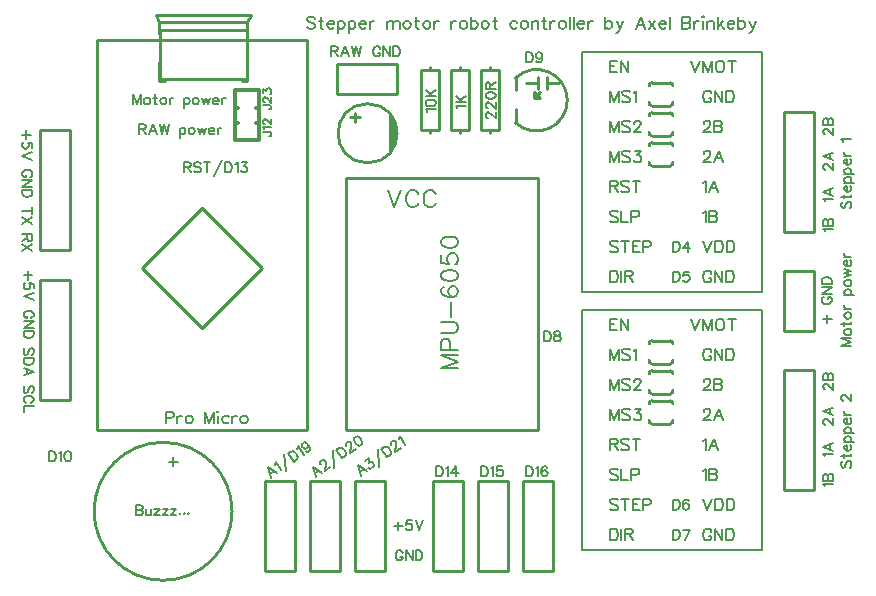
<source format=gto>
G04 ---------------------------- Layer name :TOP SILK LAYER*
G04 easyEDA 0.1*
G04 Scale: 100 percent, Rotated: No, Reflected: No *
G04 Dimensions in inches *
G04 leading zeros omitted , absolute positions ,2 integer and 4 * 
%FSLAX24Y24*%
%MOIN*%
G90*
G70D02*

%ADD10C,0.010000*%
%ADD11C,0.005000*%
%ADD12C,0.012000*%
%ADD13C,0.008000*%
%ADD14C,0.006000*%

%LPD*%
G54D10*
G01X3600Y18400D02*
G01X10600Y18400D01*
G01X10600Y5400D01*
G01X3600Y5400D01*
G01X3600Y18400D01*
G01X5000Y18400D01*
G01X5700Y18700D02*
G01X5700Y17100D01*
G01X8600Y17100D01*
G01X8600Y18700D01*
G01X12209Y15680D02*
G01X12209Y15990D01*
G01X12369Y15830D02*
G01X12039Y15830D01*
G01X11600Y16600D02*
G01X11600Y17600D01*
G01X13600Y17600D01*
G01X13600Y16600D01*
G01X11600Y16600D01*
G01X13200Y700D02*
G01X12200Y700D01*
G01X12200Y3700D01*
G01X13200Y3700D01*
G01X13200Y700D01*
G01X17300Y700D02*
G01X16300Y700D01*
G01X16300Y3700D01*
G01X17300Y3700D01*
G01X17300Y700D01*
G01X18800Y700D02*
G01X17800Y700D01*
G01X17800Y3700D01*
G01X18800Y3700D01*
G01X18800Y700D01*
G01X22089Y16990D02*
G01X22710Y16990D01*
G01X22710Y16209D02*
G01X22089Y16209D01*
G01X22089Y15990D02*
G01X22710Y15990D01*
G01X22710Y15209D02*
G01X22089Y15209D01*
G01X22089Y14990D02*
G01X22710Y14990D01*
G01X22710Y14209D02*
G01X22089Y14209D01*
G01X22089Y8390D02*
G01X22710Y8390D01*
G01X22710Y7609D02*
G01X22089Y7609D01*
G01X22089Y7390D02*
G01X22710Y7390D01*
G01X22710Y6609D02*
G01X22089Y6609D01*
G01X22089Y6390D02*
G01X22710Y6390D01*
G01X22710Y5609D02*
G01X22089Y5609D01*
G01X16400Y15400D02*
G01X16400Y17400D01*
G01X16400Y17400D02*
G01X16700Y17400D01*
G01X16700Y17400D02*
G01X17000Y17400D01*
G01X17000Y17400D02*
G01X17000Y15400D01*
G01X17000Y15400D02*
G01X16700Y15400D01*
G01X16700Y15400D02*
G01X16400Y15400D01*
G01X16700Y17400D02*
G01X16700Y17500D01*
G01X16700Y15400D02*
G01X16700Y15300D01*
G01X14400Y15400D02*
G01X14400Y17400D01*
G01X14400Y17400D02*
G01X14700Y17400D01*
G01X14700Y17400D02*
G01X15000Y17400D01*
G01X15000Y17400D02*
G01X15000Y15400D01*
G01X15000Y15400D02*
G01X14700Y15400D01*
G01X14700Y15400D02*
G01X14400Y15400D01*
G01X14700Y17400D02*
G01X14700Y17500D01*
G01X14700Y15400D02*
G01X14700Y15300D01*
G01X16000Y17400D02*
G01X16000Y15400D01*
G01X16000Y15400D02*
G01X15700Y15400D01*
G01X15700Y15400D02*
G01X15400Y15400D01*
G01X15400Y15400D02*
G01X15400Y17400D01*
G01X15400Y17400D02*
G01X15700Y17400D01*
G01X15700Y17400D02*
G01X16000Y17400D01*
G01X15700Y15400D02*
G01X15700Y15300D01*
G01X15700Y17400D02*
G01X15700Y17500D01*
G01X11700Y700D02*
G01X10700Y700D01*
G01X10700Y3700D01*
G01X11700Y3700D01*
G01X11700Y700D01*
G01X10200Y700D02*
G01X9200Y700D01*
G01X9200Y3700D01*
G01X10200Y3700D01*
G01X10200Y700D01*
G01X5680Y19000D02*
G01X5550Y19230D01*
G01X8730Y19230D01*
G01X8600Y19000D01*
G01X5680Y19000D01*
G01X8590Y18750D02*
G01X5690Y18750D01*
G01X8440Y17030D02*
G01X8600Y17030D01*
G01X8600Y17640D01*
G01X5880Y17030D02*
G01X5680Y17030D01*
G01X5680Y17680D01*
G01X8600Y18619D02*
G01X8600Y18980D01*
G01X5680Y18619D02*
G01X5680Y18980D01*
G01X7100Y8800D02*
G01X5100Y10800D01*
G01X7100Y12800D01*
G01X9100Y10800D01*
G01X7100Y8800D01*
G01X27500Y12000D02*
G01X26500Y12000D01*
G01X26500Y16000D01*
G01X27500Y16000D01*
G01X27500Y12000D01*
G01X27500Y3400D02*
G01X26500Y3400D01*
G01X26500Y7400D01*
G01X27500Y7400D01*
G01X27500Y3400D01*
G01X1700Y10400D02*
G01X2700Y10400D01*
G01X2700Y6400D01*
G01X1700Y6400D01*
G01X1700Y10400D01*
G54D11*
G01X25750Y10000D02*
G01X19750Y10000D01*
G01X19750Y18000D01*
G01X25750Y18000D01*
G01X25750Y10000D01*
G01X25750Y1400D02*
G01X19750Y1400D01*
G01X19750Y9400D01*
G01X25750Y9400D01*
G01X25750Y1400D01*
G54D10*
G01X11900Y13800D02*
G01X18300Y13800D01*
G01X18300Y5400D01*
G01X11900Y5400D01*
G01X11900Y13800D01*
G01X18610Y16790D02*
G01X18610Y16990D01*
G01X18610Y17190D01*
G01X18300Y16790D02*
G01X18300Y16990D01*
G01X18300Y17190D01*
G01X18300Y16990D02*
G01X17910Y16990D01*
G01X19010Y16990D02*
G01X18610Y16990D01*
G01X18380Y16680D02*
G01X18180Y16480D01*
G01X18380Y16480D01*
G01X18180Y16680D01*
G01X18180Y16480D01*
G01X17550Y15650D02*
G01X17550Y16119D01*
G01X17550Y17150D02*
G01X17550Y16750D01*
G01X27500Y8700D02*
G01X26500Y8700D01*
G01X26500Y10700D01*
G01X27500Y10700D01*
G01X27500Y8700D01*
G01X15800Y700D02*
G01X14800Y700D01*
G01X14800Y3700D01*
G01X15800Y3700D01*
G01X15800Y700D01*
G01X1700Y15400D02*
G01X2700Y15400D01*
G01X2700Y11400D01*
G01X1700Y11400D01*
G01X1700Y15400D01*
G54D12*
G01X8209Y15069D02*
G01X8990Y15069D01*
G01X8990Y15069D02*
G01X8990Y15640D01*
G01X8990Y15640D02*
G01X8990Y16159D01*
G01X8990Y16159D02*
G01X8990Y16730D01*
G01X8990Y16730D02*
G01X8209Y16730D01*
G01X8209Y16730D02*
G01X8209Y16159D01*
G01X8209Y16159D02*
G01X8209Y15640D01*
G01X8209Y15640D02*
G01X8209Y15069D01*
G01X8990Y15640D02*
G01X8900Y15640D01*
G01X8209Y15640D02*
G01X8300Y15640D01*
G01X8209Y16159D02*
G01X8300Y16159D01*
G01X8990Y16159D02*
G01X8900Y16159D01*
G54D13*
G01X28400Y8217D02*
G01X28734Y8217D01*
G01X28400Y8217D02*
G01X28734Y8344D01*
G01X28400Y8472D02*
G01X28734Y8344D01*
G01X28400Y8472D02*
G01X28734Y8472D01*
G01X28511Y8656D02*
G01X28527Y8624D01*
G01X28559Y8592D01*
G01X28607Y8577D01*
G01X28639Y8577D01*
G01X28686Y8592D01*
G01X28718Y8624D01*
G01X28734Y8656D01*
G01X28734Y8704D01*
G01X28718Y8736D01*
G01X28686Y8767D01*
G01X28639Y8783D01*
G01X28607Y8783D01*
G01X28559Y8767D01*
G01X28527Y8736D01*
G01X28511Y8704D01*
G01X28511Y8656D01*
G01X28400Y8936D02*
G01X28671Y8936D01*
G01X28718Y8952D01*
G01X28734Y8984D01*
G01X28734Y9016D01*
G01X28511Y8888D02*
G01X28511Y9000D01*
G01X28511Y9200D02*
G01X28527Y9168D01*
G01X28559Y9137D01*
G01X28607Y9121D01*
G01X28639Y9121D01*
G01X28686Y9137D01*
G01X28718Y9168D01*
G01X28734Y9200D01*
G01X28734Y9248D01*
G01X28718Y9280D01*
G01X28686Y9312D01*
G01X28639Y9327D01*
G01X28607Y9327D01*
G01X28559Y9312D01*
G01X28527Y9280D01*
G01X28511Y9248D01*
G01X28511Y9200D01*
G01X28511Y9432D02*
G01X28734Y9432D01*
G01X28607Y9432D02*
G01X28559Y9448D01*
G01X28527Y9480D01*
G01X28511Y9512D01*
G01X28511Y9560D01*
G01X28511Y9910D02*
G01X28846Y9910D01*
G01X28559Y9910D02*
G01X28527Y9942D01*
G01X28511Y9973D01*
G01X28511Y10021D01*
G01X28527Y10053D01*
G01X28559Y10085D01*
G01X28607Y10101D01*
G01X28639Y10101D01*
G01X28686Y10085D01*
G01X28718Y10053D01*
G01X28734Y10021D01*
G01X28734Y9973D01*
G01X28718Y9942D01*
G01X28686Y9910D01*
G01X28511Y10285D02*
G01X28527Y10253D01*
G01X28559Y10222D01*
G01X28607Y10206D01*
G01X28639Y10206D01*
G01X28686Y10222D01*
G01X28718Y10253D01*
G01X28734Y10285D01*
G01X28734Y10333D01*
G01X28718Y10365D01*
G01X28686Y10397D01*
G01X28639Y10412D01*
G01X28607Y10412D01*
G01X28559Y10397D01*
G01X28527Y10365D01*
G01X28511Y10333D01*
G01X28511Y10285D01*
G01X28511Y10517D02*
G01X28734Y10581D01*
G01X28511Y10645D02*
G01X28734Y10581D01*
G01X28511Y10645D02*
G01X28734Y10708D01*
G01X28511Y10772D02*
G01X28734Y10708D01*
G01X28607Y10877D02*
G01X28607Y11068D01*
G01X28575Y11068D01*
G01X28543Y11052D01*
G01X28527Y11036D01*
G01X28511Y11004D01*
G01X28511Y10957D01*
G01X28527Y10925D01*
G01X28559Y10893D01*
G01X28607Y10877D01*
G01X28639Y10877D01*
G01X28686Y10893D01*
G01X28718Y10925D01*
G01X28734Y10957D01*
G01X28734Y11004D01*
G01X28718Y11036D01*
G01X28686Y11068D01*
G01X28511Y11173D02*
G01X28734Y11173D01*
G01X28607Y11173D02*
G01X28559Y11189D01*
G01X28527Y11221D01*
G01X28511Y11252D01*
G01X28511Y11300D01*
G01X28448Y13023D02*
G01X28416Y12990D01*
G01X28400Y12942D01*
G01X28400Y12880D01*
G01X28416Y12832D01*
G01X28448Y12800D01*
G01X28480Y12800D01*
G01X28511Y12815D01*
G01X28527Y12832D01*
G01X28543Y12863D01*
G01X28575Y12959D01*
G01X28591Y12990D01*
G01X28607Y13007D01*
G01X28639Y13023D01*
G01X28686Y13023D01*
G01X28718Y12990D01*
G01X28734Y12942D01*
G01X28734Y12880D01*
G01X28718Y12832D01*
G01X28686Y12800D01*
G01X28400Y13175D02*
G01X28671Y13175D01*
G01X28718Y13190D01*
G01X28734Y13223D01*
G01X28734Y13255D01*
G01X28511Y13128D02*
G01X28511Y13238D01*
G01X28607Y13359D02*
G01X28607Y13551D01*
G01X28575Y13551D01*
G01X28543Y13534D01*
G01X28527Y13519D01*
G01X28511Y13486D01*
G01X28511Y13440D01*
G01X28527Y13407D01*
G01X28559Y13376D01*
G01X28607Y13359D01*
G01X28639Y13359D01*
G01X28686Y13376D01*
G01X28718Y13407D01*
G01X28734Y13440D01*
G01X28734Y13486D01*
G01X28718Y13519D01*
G01X28686Y13551D01*
G01X28511Y13655D02*
G01X28846Y13655D01*
G01X28559Y13655D02*
G01X28527Y13688D01*
G01X28511Y13719D01*
G01X28511Y13767D01*
G01X28527Y13798D01*
G01X28559Y13830D01*
G01X28607Y13846D01*
G01X28639Y13846D01*
G01X28686Y13830D01*
G01X28718Y13798D01*
G01X28734Y13767D01*
G01X28734Y13719D01*
G01X28718Y13688D01*
G01X28686Y13655D01*
G01X28511Y13951D02*
G01X28846Y13951D01*
G01X28559Y13951D02*
G01X28527Y13984D01*
G01X28511Y14015D01*
G01X28511Y14063D01*
G01X28527Y14094D01*
G01X28559Y14126D01*
G01X28607Y14142D01*
G01X28639Y14142D01*
G01X28686Y14126D01*
G01X28718Y14094D01*
G01X28734Y14063D01*
G01X28734Y14015D01*
G01X28718Y13984D01*
G01X28686Y13951D01*
G01X28607Y14248D02*
G01X28607Y14438D01*
G01X28575Y14438D01*
G01X28543Y14423D01*
G01X28527Y14407D01*
G01X28511Y14375D01*
G01X28511Y14326D01*
G01X28527Y14294D01*
G01X28559Y14263D01*
G01X28607Y14248D01*
G01X28639Y14248D01*
G01X28686Y14263D01*
G01X28718Y14294D01*
G01X28734Y14326D01*
G01X28734Y14375D01*
G01X28718Y14407D01*
G01X28686Y14438D01*
G01X28511Y14544D02*
G01X28734Y14544D01*
G01X28607Y14544D02*
G01X28559Y14559D01*
G01X28527Y14590D01*
G01X28511Y14623D01*
G01X28511Y14671D01*
G01X28464Y15021D02*
G01X28448Y15053D01*
G01X28400Y15100D01*
G01X28734Y15100D01*
G01X28448Y4379D02*
G01X28416Y4347D01*
G01X28400Y4299D01*
G01X28400Y4236D01*
G01X28416Y4188D01*
G01X28448Y4156D01*
G01X28480Y4156D01*
G01X28511Y4172D01*
G01X28527Y4188D01*
G01X28543Y4220D01*
G01X28575Y4315D01*
G01X28591Y4347D01*
G01X28607Y4363D01*
G01X28639Y4379D01*
G01X28686Y4379D01*
G01X28718Y4347D01*
G01X28734Y4299D01*
G01X28734Y4236D01*
G01X28718Y4188D01*
G01X28686Y4156D01*
G01X28400Y4531D02*
G01X28671Y4531D01*
G01X28718Y4547D01*
G01X28734Y4579D01*
G01X28734Y4611D01*
G01X28511Y4484D02*
G01X28511Y4595D01*
G01X28607Y4716D02*
G01X28607Y4907D01*
G01X28575Y4907D01*
G01X28543Y4891D01*
G01X28527Y4875D01*
G01X28511Y4843D01*
G01X28511Y4796D01*
G01X28527Y4764D01*
G01X28559Y4732D01*
G01X28607Y4716D01*
G01X28639Y4716D01*
G01X28686Y4732D01*
G01X28718Y4764D01*
G01X28734Y4796D01*
G01X28734Y4843D01*
G01X28718Y4875D01*
G01X28686Y4907D01*
G01X28511Y5012D02*
G01X28846Y5012D01*
G01X28559Y5012D02*
G01X28527Y5044D01*
G01X28511Y5076D01*
G01X28511Y5123D01*
G01X28527Y5155D01*
G01X28559Y5187D01*
G01X28607Y5203D01*
G01X28639Y5203D01*
G01X28686Y5187D01*
G01X28718Y5155D01*
G01X28734Y5123D01*
G01X28734Y5076D01*
G01X28718Y5044D01*
G01X28686Y5012D01*
G01X28511Y5308D02*
G01X28846Y5308D01*
G01X28559Y5308D02*
G01X28527Y5340D01*
G01X28511Y5371D01*
G01X28511Y5419D01*
G01X28527Y5451D01*
G01X28559Y5483D01*
G01X28607Y5499D01*
G01X28639Y5499D01*
G01X28686Y5483D01*
G01X28718Y5451D01*
G01X28734Y5419D01*
G01X28734Y5371D01*
G01X28718Y5340D01*
G01X28686Y5308D01*
G01X28607Y5604D02*
G01X28607Y5795D01*
G01X28575Y5795D01*
G01X28543Y5779D01*
G01X28527Y5763D01*
G01X28511Y5731D01*
G01X28511Y5683D01*
G01X28527Y5651D01*
G01X28559Y5620D01*
G01X28607Y5604D01*
G01X28639Y5604D01*
G01X28686Y5620D01*
G01X28718Y5651D01*
G01X28734Y5683D01*
G01X28734Y5731D01*
G01X28718Y5763D01*
G01X28686Y5795D01*
G01X28511Y5900D02*
G01X28734Y5900D01*
G01X28607Y5900D02*
G01X28559Y5916D01*
G01X28527Y5947D01*
G01X28511Y5979D01*
G01X28511Y6027D01*
G01X28480Y6393D02*
G01X28464Y6393D01*
G01X28432Y6409D01*
G01X28416Y6425D01*
G01X28400Y6456D01*
G01X28400Y6520D01*
G01X28416Y6552D01*
G01X28432Y6568D01*
G01X28464Y6584D01*
G01X28496Y6584D01*
G01X28527Y6568D01*
G01X28575Y6536D01*
G01X28734Y6377D01*
G01X28734Y6600D01*
G01X27797Y9113D02*
G01X28084Y9113D01*
G01X27940Y8969D02*
G01X27940Y9255D01*
G01X27830Y9844D02*
G01X27797Y9828D01*
G01X27765Y9796D01*
G01X27750Y9765D01*
G01X27750Y9701D01*
G01X27765Y9669D01*
G01X27797Y9638D01*
G01X27830Y9621D01*
G01X27877Y9605D01*
G01X27956Y9605D01*
G01X28005Y9621D01*
G01X28035Y9638D01*
G01X28068Y9669D01*
G01X28084Y9701D01*
G01X28084Y9765D01*
G01X28068Y9796D01*
G01X28035Y9828D01*
G01X28005Y9844D01*
G01X27956Y9844D01*
G01X27956Y9765D02*
G01X27956Y9844D01*
G01X27750Y9950D02*
G01X28084Y9950D01*
G01X27750Y9950D02*
G01X28084Y10173D01*
G01X27750Y10173D02*
G01X28084Y10173D01*
G01X27750Y10278D02*
G01X28084Y10278D01*
G01X27750Y10278D02*
G01X27750Y10388D01*
G01X27765Y10436D01*
G01X27797Y10469D01*
G01X27830Y10484D01*
G01X27877Y10500D01*
G01X27956Y10500D01*
G01X28005Y10484D01*
G01X28035Y10469D01*
G01X28068Y10436D01*
G01X28084Y10388D01*
G01X28084Y10278D01*
G01X1386Y15257D02*
G01X1100Y15257D01*
G01X1243Y15400D02*
G01X1243Y15114D01*
G01X1434Y14818D02*
G01X1434Y14977D01*
G01X1291Y14993D01*
G01X1307Y14977D01*
G01X1323Y14929D01*
G01X1323Y14881D01*
G01X1307Y14834D01*
G01X1275Y14802D01*
G01X1227Y14786D01*
G01X1195Y14786D01*
G01X1148Y14802D01*
G01X1116Y14834D01*
G01X1100Y14881D01*
G01X1100Y14929D01*
G01X1116Y14977D01*
G01X1132Y14993D01*
G01X1163Y15009D01*
G01X1434Y14681D02*
G01X1100Y14554D01*
G01X1434Y14426D02*
G01X1100Y14554D01*
G01X1354Y13838D02*
G01X1386Y13854D01*
G01X1418Y13885D01*
G01X1434Y13917D01*
G01X1434Y13981D01*
G01X1418Y14013D01*
G01X1386Y14045D01*
G01X1354Y14060D01*
G01X1307Y14076D01*
G01X1227Y14076D01*
G01X1179Y14060D01*
G01X1148Y14045D01*
G01X1116Y14013D01*
G01X1100Y13981D01*
G01X1100Y13917D01*
G01X1116Y13885D01*
G01X1148Y13854D01*
G01X1179Y13838D01*
G01X1227Y13838D01*
G01X1227Y13917D02*
G01X1227Y13838D01*
G01X1434Y13733D02*
G01X1100Y13733D01*
G01X1434Y13733D02*
G01X1100Y13510D01*
G01X1434Y13510D02*
G01X1100Y13510D01*
G01X1434Y13405D02*
G01X1100Y13405D01*
G01X1434Y13405D02*
G01X1434Y13294D01*
G01X1418Y13246D01*
G01X1386Y13214D01*
G01X1354Y13198D01*
G01X1307Y13182D01*
G01X1227Y13182D01*
G01X1179Y13198D01*
G01X1148Y13214D01*
G01X1116Y13246D01*
G01X1100Y13294D01*
G01X1100Y13405D01*
G01X1434Y12721D02*
G01X1100Y12721D01*
G01X1434Y12832D02*
G01X1434Y12610D01*
G01X1434Y12505D02*
G01X1100Y12282D01*
G01X1434Y12282D02*
G01X1100Y12505D01*
G01X1434Y11932D02*
G01X1100Y11932D01*
G01X1434Y11932D02*
G01X1434Y11789D01*
G01X1418Y11741D01*
G01X1402Y11725D01*
G01X1370Y11709D01*
G01X1338Y11709D01*
G01X1307Y11725D01*
G01X1291Y11741D01*
G01X1275Y11789D01*
G01X1275Y11932D01*
G01X1275Y11820D02*
G01X1100Y11709D01*
G01X1434Y11604D02*
G01X1100Y11381D01*
G01X1434Y11381D02*
G01X1100Y11604D01*
G01X1434Y10566D02*
G01X1148Y10566D01*
G01X1291Y10709D02*
G01X1291Y10423D01*
G01X1482Y10127D02*
G01X1482Y10286D01*
G01X1339Y10302D01*
G01X1355Y10286D01*
G01X1371Y10238D01*
G01X1371Y10190D01*
G01X1355Y10143D01*
G01X1323Y10111D01*
G01X1275Y10095D01*
G01X1243Y10095D01*
G01X1196Y10111D01*
G01X1164Y10143D01*
G01X1148Y10190D01*
G01X1148Y10238D01*
G01X1164Y10286D01*
G01X1180Y10302D01*
G01X1211Y10318D01*
G01X1482Y9990D02*
G01X1148Y9863D01*
G01X1482Y9735D02*
G01X1148Y9863D01*
G01X1402Y9147D02*
G01X1434Y9163D01*
G01X1466Y9194D01*
G01X1482Y9226D01*
G01X1482Y9290D01*
G01X1466Y9322D01*
G01X1434Y9354D01*
G01X1402Y9369D01*
G01X1355Y9385D01*
G01X1275Y9385D01*
G01X1227Y9369D01*
G01X1196Y9354D01*
G01X1164Y9322D01*
G01X1148Y9290D01*
G01X1148Y9226D01*
G01X1164Y9194D01*
G01X1196Y9163D01*
G01X1227Y9147D01*
G01X1275Y9147D01*
G01X1275Y9226D02*
G01X1275Y9147D01*
G01X1482Y9042D02*
G01X1148Y9042D01*
G01X1482Y9042D02*
G01X1148Y8819D01*
G01X1482Y8819D02*
G01X1148Y8819D01*
G01X1482Y8714D02*
G01X1148Y8714D01*
G01X1482Y8714D02*
G01X1482Y8603D01*
G01X1466Y8555D01*
G01X1434Y8523D01*
G01X1402Y8507D01*
G01X1355Y8491D01*
G01X1275Y8491D01*
G01X1227Y8507D01*
G01X1196Y8523D01*
G01X1164Y8555D01*
G01X1148Y8603D01*
G01X1148Y8714D01*
G01X1434Y7919D02*
G01X1466Y7950D01*
G01X1482Y7998D01*
G01X1482Y8062D01*
G01X1466Y8109D01*
G01X1434Y8141D01*
G01X1402Y8141D01*
G01X1371Y8125D01*
G01X1355Y8109D01*
G01X1339Y8078D01*
G01X1307Y7982D01*
G01X1291Y7950D01*
G01X1275Y7934D01*
G01X1243Y7919D01*
G01X1196Y7919D01*
G01X1164Y7950D01*
G01X1148Y7998D01*
G01X1148Y8062D01*
G01X1164Y8109D01*
G01X1196Y8141D01*
G01X1482Y7814D02*
G01X1148Y7814D01*
G01X1482Y7814D02*
G01X1482Y7702D01*
G01X1466Y7654D01*
G01X1434Y7623D01*
G01X1402Y7607D01*
G01X1355Y7591D01*
G01X1275Y7591D01*
G01X1227Y7607D01*
G01X1196Y7623D01*
G01X1164Y7654D01*
G01X1148Y7702D01*
G01X1148Y7814D01*
G01X1482Y7359D02*
G01X1148Y7486D01*
G01X1482Y7359D02*
G01X1148Y7231D01*
G01X1259Y7438D02*
G01X1259Y7279D01*
G01X1434Y6659D02*
G01X1466Y6690D01*
G01X1482Y6738D01*
G01X1482Y6802D01*
G01X1466Y6849D01*
G01X1434Y6881D01*
G01X1402Y6881D01*
G01X1371Y6865D01*
G01X1355Y6849D01*
G01X1339Y6818D01*
G01X1307Y6722D01*
G01X1291Y6690D01*
G01X1275Y6674D01*
G01X1243Y6659D01*
G01X1196Y6659D01*
G01X1164Y6690D01*
G01X1148Y6738D01*
G01X1148Y6802D01*
G01X1164Y6849D01*
G01X1196Y6881D01*
G01X1402Y6315D02*
G01X1434Y6331D01*
G01X1466Y6363D01*
G01X1482Y6394D01*
G01X1482Y6458D01*
G01X1466Y6490D01*
G01X1434Y6522D01*
G01X1402Y6538D01*
G01X1355Y6554D01*
G01X1275Y6554D01*
G01X1227Y6538D01*
G01X1196Y6522D01*
G01X1164Y6490D01*
G01X1148Y6458D01*
G01X1148Y6394D01*
G01X1164Y6363D01*
G01X1196Y6331D01*
G01X1227Y6315D01*
G01X1482Y6210D02*
G01X1148Y6210D01*
G01X1148Y6210D02*
G01X1148Y6019D01*
G01X9300Y4164D02*
G01X9387Y3817D01*
G01X9300Y4164D02*
G01X9596Y3964D01*
G01X9363Y3936D02*
G01X9493Y4027D01*
G01X9527Y4245D02*
G01X9543Y4276D01*
G01X9555Y4343D01*
G01X9747Y4069D01*
G01X9839Y4619D02*
G01X9897Y4038D01*
G01X9961Y4627D02*
G01X10153Y4354D01*
G01X9961Y4627D02*
G01X10053Y4691D01*
G01X10102Y4706D01*
G01X10145Y4697D01*
G01X10177Y4680D01*
G01X10217Y4651D01*
G01X10263Y4586D01*
G01X10277Y4537D01*
G01X10282Y4502D01*
G01X10275Y4458D01*
G01X10245Y4418D01*
G01X10153Y4354D01*
G01X10267Y4763D02*
G01X10284Y4794D01*
G01X10296Y4861D01*
G01X10487Y4588D01*
G01X10615Y4949D02*
G01X10629Y4901D01*
G01X10621Y4856D01*
G01X10591Y4815D01*
G01X10578Y4806D01*
G01X10530Y4792D01*
G01X10486Y4800D01*
G01X10445Y4830D01*
G01X10437Y4843D01*
G01X10422Y4891D01*
G01X10429Y4935D01*
G01X10459Y4976D01*
G01X10473Y4985D01*
G01X10521Y4999D01*
G01X10566Y4992D01*
G01X10615Y4949D01*
G01X10661Y4884D01*
G01X10693Y4809D01*
G01X10694Y4752D01*
G01X10664Y4711D01*
G01X10638Y4693D01*
G01X10590Y4679D01*
G01X10559Y4696D01*
G01X10800Y4190D02*
G01X10887Y3844D01*
G01X10800Y4190D02*
G01X11096Y3990D01*
G01X10863Y3963D02*
G01X10993Y4054D01*
G01X11049Y4267D02*
G01X11039Y4280D01*
G01X11034Y4316D01*
G01X11038Y4338D01*
G01X11055Y4369D01*
G01X11107Y4406D01*
G01X11143Y4411D01*
G01X11164Y4407D01*
G01X11196Y4390D01*
G01X11214Y4364D01*
G01X11219Y4329D01*
G01X11221Y4272D01*
G01X11182Y4051D01*
G01X11364Y4178D01*
G01X11457Y4729D02*
G01X11514Y4146D01*
G01X11579Y4737D02*
G01X11771Y4463D01*
G01X11579Y4737D02*
G01X11670Y4800D01*
G01X11719Y4815D01*
G01X11763Y4807D01*
G01X11794Y4789D01*
G01X11834Y4760D01*
G01X11880Y4694D01*
G01X11894Y4646D01*
G01X11900Y4612D01*
G01X11892Y4567D01*
G01X11862Y4527D01*
G01X11771Y4463D01*
G01X11906Y4868D02*
G01X11897Y4881D01*
G01X11892Y4916D01*
G01X11896Y4939D01*
G01X11913Y4970D01*
G01X11965Y5007D01*
G01X12000Y5011D01*
G01X12022Y5007D01*
G01X12053Y4990D01*
G01X12072Y4964D01*
G01X12077Y4930D01*
G01X12078Y4872D01*
G01X12039Y4650D01*
G01X12221Y4778D01*
G01X12195Y5167D02*
G01X12164Y5127D01*
G01X12166Y5069D01*
G01X12198Y4995D01*
G01X12225Y4956D01*
G01X12284Y4899D01*
G01X12338Y4879D01*
G01X12386Y4894D01*
G01X12411Y4911D01*
G01X12442Y4952D01*
G01X12441Y5009D01*
G01X12408Y5084D01*
G01X12381Y5123D01*
G01X12322Y5179D01*
G01X12268Y5199D01*
G01X12220Y5185D01*
G01X12195Y5167D01*
G01X12299Y4232D02*
G01X12387Y3885D01*
G01X12299Y4232D02*
G01X12596Y4032D01*
G01X12363Y4004D02*
G01X12493Y4095D01*
G01X12516Y4383D02*
G01X12659Y4484D01*
G01X12654Y4325D01*
G01X12693Y4353D01*
G01X12728Y4357D01*
G01X12750Y4353D01*
G01X12791Y4323D01*
G01X12809Y4297D01*
G01X12823Y4249D01*
G01X12816Y4205D01*
G01X12786Y4165D01*
G01X12747Y4137D01*
G01X12698Y4123D01*
G01X12676Y4127D01*
G01X12646Y4144D01*
G01X12957Y4770D02*
G01X13014Y4188D01*
G01X13079Y4778D02*
G01X13271Y4504D01*
G01X13079Y4778D02*
G01X13170Y4842D01*
G01X13219Y4856D01*
G01X13263Y4848D01*
G01X13294Y4831D01*
G01X13334Y4801D01*
G01X13380Y4736D01*
G01X13394Y4687D01*
G01X13400Y4653D01*
G01X13392Y4609D01*
G01X13362Y4568D01*
G01X13271Y4504D01*
G01X13406Y4909D02*
G01X13397Y4922D01*
G01X13392Y4958D01*
G01X13396Y4980D01*
G01X13413Y5011D01*
G01X13465Y5048D01*
G01X13500Y5053D01*
G01X13522Y5049D01*
G01X13553Y5032D01*
G01X13572Y5006D01*
G01X13576Y4971D01*
G01X13578Y4913D01*
G01X13539Y4692D01*
G01X13721Y4820D01*
G01X13653Y5101D02*
G01X13670Y5133D01*
G01X13681Y5199D01*
G01X13873Y4926D01*
G01X14900Y4200D02*
G01X14900Y3866D01*
G01X14900Y4200D02*
G01X15010Y4200D01*
G01X15059Y4184D01*
G01X15090Y4152D01*
G01X15106Y4120D01*
G01X15122Y4073D01*
G01X15122Y3993D01*
G01X15106Y3945D01*
G01X15090Y3914D01*
G01X15059Y3882D01*
G01X15010Y3866D01*
G01X14900Y3866D01*
G01X15227Y4136D02*
G01X15260Y4152D01*
G01X15306Y4200D01*
G01X15306Y3866D01*
G01X15571Y4200D02*
G01X15411Y3977D01*
G01X15651Y3977D01*
G01X15571Y4200D02*
G01X15571Y3866D01*
G01X16400Y4200D02*
G01X16400Y3866D01*
G01X16400Y4200D02*
G01X16510Y4200D01*
G01X16559Y4184D01*
G01X16590Y4152D01*
G01X16606Y4120D01*
G01X16622Y4073D01*
G01X16622Y3993D01*
G01X16606Y3945D01*
G01X16590Y3914D01*
G01X16559Y3882D01*
G01X16510Y3866D01*
G01X16400Y3866D01*
G01X16727Y4136D02*
G01X16760Y4152D01*
G01X16806Y4200D01*
G01X16806Y3866D01*
G01X17102Y4200D02*
G01X16943Y4200D01*
G01X16927Y4057D01*
G01X16943Y4073D01*
G01X16992Y4089D01*
G01X17039Y4089D01*
G01X17086Y4073D01*
G01X17118Y4041D01*
G01X17135Y3993D01*
G01X17135Y3961D01*
G01X17118Y3914D01*
G01X17086Y3882D01*
G01X17039Y3866D01*
G01X16992Y3866D01*
G01X16943Y3882D01*
G01X16927Y3898D01*
G01X16911Y3929D01*
G01X17900Y4199D02*
G01X17900Y3865D01*
G01X17900Y4199D02*
G01X18010Y4199D01*
G01X18059Y4183D01*
G01X18090Y4151D01*
G01X18106Y4119D01*
G01X18122Y4072D01*
G01X18122Y3992D01*
G01X18106Y3944D01*
G01X18090Y3913D01*
G01X18059Y3881D01*
G01X18010Y3865D01*
G01X17900Y3865D01*
G01X18227Y4135D02*
G01X18260Y4151D01*
G01X18306Y4199D01*
G01X18306Y3865D01*
G01X18602Y4151D02*
G01X18586Y4183D01*
G01X18539Y4199D01*
G01X18507Y4199D01*
G01X18460Y4183D01*
G01X18427Y4135D01*
G01X18411Y4056D01*
G01X18411Y3976D01*
G01X18427Y3913D01*
G01X18460Y3881D01*
G01X18507Y3865D01*
G01X18523Y3865D01*
G01X18571Y3881D01*
G01X18602Y3913D01*
G01X18618Y3960D01*
G01X18618Y3976D01*
G01X18602Y4024D01*
G01X18571Y4056D01*
G01X18523Y4072D01*
G01X18507Y4072D01*
G01X18460Y4056D01*
G01X18427Y4024D01*
G01X18411Y3976D01*
G01X13642Y2352D02*
G01X13642Y2066D01*
G01X13499Y2209D02*
G01X13785Y2209D01*
G01X14081Y2400D02*
G01X13922Y2400D01*
G01X13906Y2257D01*
G01X13922Y2273D01*
G01X13970Y2289D01*
G01X14018Y2289D01*
G01X14065Y2273D01*
G01X14097Y2241D01*
G01X14113Y2193D01*
G01X14113Y2161D01*
G01X14097Y2114D01*
G01X14065Y2082D01*
G01X14018Y2066D01*
G01X13970Y2066D01*
G01X13922Y2082D01*
G01X13906Y2098D01*
G01X13890Y2129D01*
G01X14218Y2400D02*
G01X14345Y2066D01*
G01X14473Y2400D02*
G01X14345Y2066D01*
G01X11399Y18199D02*
G01X11399Y17865D01*
G01X11399Y18199D02*
G01X11542Y18199D01*
G01X11590Y18183D01*
G01X11606Y18167D01*
G01X11622Y18135D01*
G01X11622Y18103D01*
G01X11606Y18072D01*
G01X11590Y18056D01*
G01X11542Y18040D01*
G01X11399Y18040D01*
G01X11510Y18040D02*
G01X11622Y17865D01*
G01X11854Y18199D02*
G01X11727Y17865D01*
G01X11854Y18199D02*
G01X11981Y17865D01*
G01X11774Y17976D02*
G01X11934Y17976D01*
G01X12086Y18199D02*
G01X12166Y17865D01*
G01X12245Y18199D02*
G01X12166Y17865D01*
G01X12245Y18199D02*
G01X12325Y17865D01*
G01X12404Y18199D02*
G01X12325Y17865D01*
G01X17900Y18000D02*
G01X17900Y17666D01*
G01X17900Y18000D02*
G01X18010Y18000D01*
G01X18059Y17984D01*
G01X18090Y17952D01*
G01X18106Y17920D01*
G01X18122Y17873D01*
G01X18122Y17793D01*
G01X18106Y17745D01*
G01X18090Y17714D01*
G01X18059Y17682D01*
G01X18010Y17666D01*
G01X17900Y17666D01*
G01X18435Y17889D02*
G01X18418Y17841D01*
G01X18386Y17809D01*
G01X18339Y17793D01*
G01X18322Y17793D01*
G01X18275Y17809D01*
G01X18243Y17841D01*
G01X18227Y17889D01*
G01X18227Y17904D01*
G01X18243Y17952D01*
G01X18275Y17984D01*
G01X18322Y18000D01*
G01X18339Y18000D01*
G01X18386Y17984D01*
G01X18418Y17952D01*
G01X18435Y17889D01*
G01X18435Y17809D01*
G01X18418Y17729D01*
G01X18386Y17682D01*
G01X18339Y17666D01*
G01X18306Y17666D01*
G01X18260Y17682D01*
G01X18243Y17714D01*
G01X10867Y19123D02*
G01X10828Y19161D01*
G01X10772Y19180D01*
G01X10694Y19180D01*
G01X10638Y19161D01*
G01X10600Y19123D01*
G01X10600Y19085D01*
G01X10618Y19046D01*
G01X10638Y19027D01*
G01X10676Y19008D01*
G01X10790Y18970D01*
G01X10828Y18951D01*
G01X10847Y18932D01*
G01X10867Y18894D01*
G01X10867Y18836D01*
G01X10828Y18798D01*
G01X10772Y18779D01*
G01X10694Y18779D01*
G01X10638Y18798D01*
G01X10600Y18836D01*
G01X11051Y19180D02*
G01X11051Y18856D01*
G01X11069Y18798D01*
G01X11107Y18779D01*
G01X11146Y18779D01*
G01X10993Y19046D02*
G01X11127Y19046D01*
G01X11272Y18932D02*
G01X11501Y18932D01*
G01X11501Y18970D01*
G01X11481Y19008D01*
G01X11463Y19027D01*
G01X11425Y19046D01*
G01X11367Y19046D01*
G01X11328Y19027D01*
G01X11290Y18989D01*
G01X11272Y18932D01*
G01X11272Y18894D01*
G01X11290Y18836D01*
G01X11328Y18798D01*
G01X11367Y18779D01*
G01X11425Y18779D01*
G01X11463Y18798D01*
G01X11501Y18836D01*
G01X11627Y19046D02*
G01X11627Y18646D01*
G01X11627Y18989D02*
G01X11664Y19027D01*
G01X11702Y19046D01*
G01X11760Y19046D01*
G01X11798Y19027D01*
G01X11836Y18989D01*
G01X11856Y18932D01*
G01X11856Y18894D01*
G01X11836Y18836D01*
G01X11798Y18798D01*
G01X11760Y18779D01*
G01X11702Y18779D01*
G01X11664Y18798D01*
G01X11627Y18836D01*
G01X11981Y19046D02*
G01X11981Y18646D01*
G01X11981Y18989D02*
G01X12019Y19027D01*
G01X12059Y19046D01*
G01X12115Y19046D01*
G01X12153Y19027D01*
G01X12192Y18989D01*
G01X12210Y18932D01*
G01X12210Y18894D01*
G01X12192Y18836D01*
G01X12153Y18798D01*
G01X12115Y18779D01*
G01X12059Y18779D01*
G01X12019Y18798D01*
G01X11981Y18836D01*
G01X12336Y18932D02*
G01X12565Y18932D01*
G01X12565Y18970D01*
G01X12547Y19008D01*
G01X12527Y19027D01*
G01X12489Y19046D01*
G01X12432Y19046D01*
G01X12394Y19027D01*
G01X12356Y18989D01*
G01X12336Y18932D01*
G01X12336Y18894D01*
G01X12356Y18836D01*
G01X12394Y18798D01*
G01X12432Y18779D01*
G01X12489Y18779D01*
G01X12527Y18798D01*
G01X12565Y18836D01*
G01X12692Y19046D02*
G01X12692Y18779D01*
G01X12692Y18932D02*
G01X12710Y18989D01*
G01X12750Y19027D01*
G01X12788Y19046D01*
G01X12844Y19046D01*
G01X13264Y19046D02*
G01X13264Y18779D01*
G01X13264Y18970D02*
G01X13322Y19027D01*
G01X13360Y19046D01*
G01X13418Y19046D01*
G01X13456Y19027D01*
G01X13475Y18970D01*
G01X13475Y18779D01*
G01X13475Y18970D02*
G01X13531Y19027D01*
G01X13571Y19046D01*
G01X13627Y19046D01*
G01X13665Y19027D01*
G01X13685Y18970D01*
G01X13685Y18779D01*
G01X13906Y19046D02*
G01X13868Y19027D01*
G01X13830Y18989D01*
G01X13810Y18932D01*
G01X13810Y18894D01*
G01X13830Y18836D01*
G01X13868Y18798D01*
G01X13906Y18779D01*
G01X13964Y18779D01*
G01X14002Y18798D01*
G01X14039Y18836D01*
G01X14059Y18894D01*
G01X14059Y18932D01*
G01X14039Y18989D01*
G01X14002Y19027D01*
G01X13964Y19046D01*
G01X13906Y19046D01*
G01X14243Y19180D02*
G01X14243Y18856D01*
G01X14261Y18798D01*
G01X14300Y18779D01*
G01X14338Y18779D01*
G01X14185Y19046D02*
G01X14318Y19046D01*
G01X14559Y19046D02*
G01X14521Y19027D01*
G01X14482Y18989D01*
G01X14464Y18932D01*
G01X14464Y18894D01*
G01X14482Y18836D01*
G01X14521Y18798D01*
G01X14559Y18779D01*
G01X14617Y18779D01*
G01X14655Y18798D01*
G01X14693Y18836D01*
G01X14711Y18894D01*
G01X14711Y18932D01*
G01X14693Y18989D01*
G01X14655Y19027D01*
G01X14617Y19046D01*
G01X14559Y19046D01*
G01X14838Y19046D02*
G01X14838Y18779D01*
G01X14838Y18932D02*
G01X14856Y18989D01*
G01X14894Y19027D01*
G01X14934Y19046D01*
G01X14990Y19046D01*
G01X15410Y19046D02*
G01X15410Y18779D01*
G01X15410Y18932D02*
G01X15430Y18989D01*
G01X15468Y19027D01*
G01X15506Y19046D01*
G01X15564Y19046D01*
G01X15785Y19046D02*
G01X15747Y19027D01*
G01X15709Y18989D01*
G01X15689Y18932D01*
G01X15689Y18894D01*
G01X15709Y18836D01*
G01X15747Y18798D01*
G01X15785Y18779D01*
G01X15842Y18779D01*
G01X15881Y18798D01*
G01X15918Y18836D01*
G01X15938Y18894D01*
G01X15938Y18932D01*
G01X15918Y18989D01*
G01X15881Y19027D01*
G01X15842Y19046D01*
G01X15785Y19046D01*
G01X16064Y19180D02*
G01X16064Y18779D01*
G01X16064Y18989D02*
G01X16102Y19027D01*
G01X16139Y19046D01*
G01X16197Y19046D01*
G01X16235Y19027D01*
G01X16273Y18989D01*
G01X16293Y18932D01*
G01X16293Y18894D01*
G01X16273Y18836D01*
G01X16235Y18798D01*
G01X16197Y18779D01*
G01X16139Y18779D01*
G01X16102Y18798D01*
G01X16064Y18836D01*
G01X16514Y19046D02*
G01X16476Y19027D01*
G01X16438Y18989D01*
G01X16418Y18932D01*
G01X16418Y18894D01*
G01X16438Y18836D01*
G01X16476Y18798D01*
G01X16514Y18779D01*
G01X16572Y18779D01*
G01X16610Y18798D01*
G01X16647Y18836D01*
G01X16667Y18894D01*
G01X16667Y18932D01*
G01X16647Y18989D01*
G01X16610Y19027D01*
G01X16572Y19046D01*
G01X16514Y19046D01*
G01X16850Y19180D02*
G01X16850Y18856D01*
G01X16868Y18798D01*
G01X16907Y18779D01*
G01X16946Y18779D01*
G01X16793Y19046D02*
G01X16927Y19046D01*
G01X17594Y18989D02*
G01X17556Y19027D01*
G01X17518Y19046D01*
G01X17460Y19046D01*
G01X17422Y19027D01*
G01X17385Y18989D01*
G01X17365Y18932D01*
G01X17365Y18894D01*
G01X17385Y18836D01*
G01X17422Y18798D01*
G01X17460Y18779D01*
G01X17518Y18779D01*
G01X17556Y18798D01*
G01X17594Y18836D01*
G01X17815Y19046D02*
G01X17777Y19027D01*
G01X17739Y18989D01*
G01X17721Y18932D01*
G01X17721Y18894D01*
G01X17739Y18836D01*
G01X17777Y18798D01*
G01X17815Y18779D01*
G01X17873Y18779D01*
G01X17911Y18798D01*
G01X17950Y18836D01*
G01X17968Y18894D01*
G01X17968Y18932D01*
G01X17950Y18989D01*
G01X17911Y19027D01*
G01X17873Y19046D01*
G01X17815Y19046D01*
G01X18094Y19046D02*
G01X18094Y18779D01*
G01X18094Y18970D02*
G01X18152Y19027D01*
G01X18190Y19046D01*
G01X18247Y19046D01*
G01X18285Y19027D01*
G01X18305Y18970D01*
G01X18305Y18779D01*
G01X18488Y19180D02*
G01X18488Y18856D01*
G01X18506Y18798D01*
G01X18546Y18779D01*
G01X18584Y18779D01*
G01X18431Y19046D02*
G01X18564Y19046D01*
G01X18710Y19046D02*
G01X18710Y18779D01*
G01X18710Y18932D02*
G01X18728Y18989D01*
G01X18767Y19027D01*
G01X18805Y19046D01*
G01X18863Y19046D01*
G01X19084Y19046D02*
G01X19046Y19027D01*
G01X19007Y18989D01*
G01X18989Y18932D01*
G01X18989Y18894D01*
G01X19007Y18836D01*
G01X19046Y18798D01*
G01X19084Y18779D01*
G01X19140Y18779D01*
G01X19178Y18798D01*
G01X19218Y18836D01*
G01X19236Y18894D01*
G01X19236Y18932D01*
G01X19218Y18989D01*
G01X19178Y19027D01*
G01X19140Y19046D01*
G01X19084Y19046D01*
G01X19363Y19180D02*
G01X19363Y18779D01*
G01X19489Y19180D02*
G01X19489Y18779D01*
G01X19614Y18932D02*
G01X19843Y18932D01*
G01X19843Y18970D01*
G01X19825Y19008D01*
G01X19806Y19027D01*
G01X19767Y19046D01*
G01X19710Y19046D01*
G01X19672Y19027D01*
G01X19634Y18989D01*
G01X19614Y18932D01*
G01X19614Y18894D01*
G01X19634Y18836D01*
G01X19672Y18798D01*
G01X19710Y18779D01*
G01X19767Y18779D01*
G01X19806Y18798D01*
G01X19843Y18836D01*
G01X19969Y19046D02*
G01X19969Y18779D01*
G01X19969Y18932D02*
G01X19989Y18989D01*
G01X20027Y19027D01*
G01X20064Y19046D01*
G01X20122Y19046D01*
G01X20543Y19180D02*
G01X20543Y18779D01*
G01X20543Y18989D02*
G01X20581Y19027D01*
G01X20618Y19046D01*
G01X20676Y19046D01*
G01X20714Y19027D01*
G01X20752Y18989D01*
G01X20772Y18932D01*
G01X20772Y18894D01*
G01X20752Y18836D01*
G01X20714Y18798D01*
G01X20676Y18779D01*
G01X20618Y18779D01*
G01X20581Y18798D01*
G01X20543Y18836D01*
G01X20917Y19046D02*
G01X21031Y18779D01*
G01X21146Y19046D02*
G01X21031Y18779D01*
G01X20993Y18703D01*
G01X20955Y18665D01*
G01X20917Y18646D01*
G01X20897Y18646D01*
G01X21718Y19180D02*
G01X21565Y18779D01*
G01X21718Y19180D02*
G01X21871Y18779D01*
G01X21622Y18913D02*
G01X21814Y18913D01*
G01X21997Y19046D02*
G01X22206Y18779D01*
G01X22206Y19046D02*
G01X21997Y18779D01*
G01X22332Y18932D02*
G01X22561Y18932D01*
G01X22561Y18970D01*
G01X22543Y19008D01*
G01X22523Y19027D01*
G01X22485Y19046D01*
G01X22428Y19046D01*
G01X22390Y19027D01*
G01X22352Y18989D01*
G01X22332Y18932D01*
G01X22332Y18894D01*
G01X22352Y18836D01*
G01X22390Y18798D01*
G01X22428Y18779D01*
G01X22485Y18779D01*
G01X22523Y18798D01*
G01X22561Y18836D01*
G01X22688Y19180D02*
G01X22688Y18779D01*
G01X23107Y19180D02*
G01X23107Y18779D01*
G01X23107Y19180D02*
G01X23280Y19180D01*
G01X23336Y19161D01*
G01X23356Y19142D01*
G01X23376Y19104D01*
G01X23376Y19066D01*
G01X23356Y19027D01*
G01X23336Y19008D01*
G01X23280Y18989D01*
G01X23107Y18989D02*
G01X23280Y18989D01*
G01X23336Y18970D01*
G01X23356Y18951D01*
G01X23376Y18913D01*
G01X23376Y18856D01*
G01X23356Y18817D01*
G01X23336Y18798D01*
G01X23280Y18779D01*
G01X23107Y18779D01*
G01X23502Y19046D02*
G01X23502Y18779D01*
G01X23502Y18932D02*
G01X23521Y18989D01*
G01X23559Y19027D01*
G01X23597Y19046D01*
G01X23653Y19046D01*
G01X23780Y19180D02*
G01X23798Y19161D01*
G01X23818Y19180D01*
G01X23798Y19199D01*
G01X23780Y19180D01*
G01X23798Y19046D02*
G01X23798Y18779D01*
G01X23944Y19046D02*
G01X23944Y18779D01*
G01X23944Y18970D02*
G01X24002Y19027D01*
G01X24039Y19046D01*
G01X24097Y19046D01*
G01X24135Y19027D01*
G01X24155Y18970D01*
G01X24155Y18779D01*
G01X24281Y19180D02*
G01X24281Y18779D01*
G01X24471Y19046D02*
G01X24281Y18856D01*
G01X24356Y18932D02*
G01X24490Y18779D01*
G01X24617Y18932D02*
G01X24846Y18932D01*
G01X24846Y18970D01*
G01X24827Y19008D01*
G01X24806Y19027D01*
G01X24768Y19046D01*
G01X24711Y19046D01*
G01X24673Y19027D01*
G01X24635Y18989D01*
G01X24617Y18932D01*
G01X24617Y18894D01*
G01X24635Y18836D01*
G01X24673Y18798D01*
G01X24711Y18779D01*
G01X24768Y18779D01*
G01X24806Y18798D01*
G01X24846Y18836D01*
G01X24972Y19180D02*
G01X24972Y18779D01*
G01X24972Y18989D02*
G01X25010Y19027D01*
G01X25047Y19046D01*
G01X25105Y19046D01*
G01X25143Y19027D01*
G01X25181Y18989D01*
G01X25201Y18932D01*
G01X25201Y18894D01*
G01X25181Y18836D01*
G01X25143Y18798D01*
G01X25105Y18779D01*
G01X25047Y18779D01*
G01X25010Y18798D01*
G01X24972Y18836D01*
G01X25346Y19046D02*
G01X25460Y18779D01*
G01X25575Y19046D02*
G01X25460Y18779D01*
G01X25422Y18703D01*
G01X25384Y18665D01*
G01X25346Y18646D01*
G01X25327Y18646D01*
G01X4900Y2899D02*
G01X4900Y2565D01*
G01X4900Y2899D02*
G01X5042Y2899D01*
G01X5090Y2883D01*
G01X5107Y2867D01*
G01X5123Y2835D01*
G01X5123Y2803D01*
G01X5107Y2772D01*
G01X5090Y2756D01*
G01X5042Y2740D01*
G01X4900Y2740D02*
G01X5042Y2740D01*
G01X5090Y2724D01*
G01X5107Y2708D01*
G01X5123Y2676D01*
G01X5123Y2628D01*
G01X5107Y2597D01*
G01X5090Y2581D01*
G01X5042Y2565D01*
G01X4900Y2565D01*
G01X5228Y2788D02*
G01X5228Y2628D01*
G01X5244Y2581D01*
G01X5275Y2565D01*
G01X5323Y2565D01*
G01X5355Y2581D01*
G01X5403Y2628D01*
G01X5403Y2788D02*
G01X5403Y2565D01*
G01X5682Y2788D02*
G01X5507Y2565D01*
G01X5507Y2788D02*
G01X5682Y2788D01*
G01X5507Y2565D02*
G01X5682Y2565D01*
G01X5963Y2788D02*
G01X5788Y2565D01*
G01X5788Y2788D02*
G01X5963Y2788D01*
G01X5788Y2565D02*
G01X5963Y2565D01*
G01X6242Y2788D02*
G01X6067Y2565D01*
G01X6067Y2788D02*
G01X6242Y2788D01*
G01X6067Y2565D02*
G01X6242Y2565D01*
G01X6363Y2644D02*
G01X6348Y2628D01*
G01X6363Y2613D01*
G01X6380Y2628D01*
G01X6363Y2644D01*
G01X6500Y2644D02*
G01X6484Y2628D01*
G01X6500Y2613D01*
G01X6515Y2628D01*
G01X6500Y2644D01*
G01X6636Y2644D02*
G01X6621Y2628D01*
G01X6636Y2613D01*
G01X6653Y2628D01*
G01X6636Y2644D01*
G01X2000Y4700D02*
G01X2000Y4366D01*
G01X2000Y4700D02*
G01X2111Y4700D01*
G01X2159Y4684D01*
G01X2190Y4652D01*
G01X2207Y4620D01*
G01X2223Y4573D01*
G01X2223Y4493D01*
G01X2207Y4445D01*
G01X2190Y4414D01*
G01X2159Y4382D01*
G01X2111Y4366D01*
G01X2000Y4366D01*
G01X2328Y4636D02*
G01X2359Y4652D01*
G01X2407Y4700D01*
G01X2407Y4366D01*
G01X2607Y4700D02*
G01X2559Y4684D01*
G01X2528Y4636D01*
G01X2511Y4557D01*
G01X2511Y4509D01*
G01X2528Y4429D01*
G01X2559Y4382D01*
G01X2607Y4366D01*
G01X2640Y4366D01*
G01X2686Y4382D01*
G01X2719Y4429D01*
G01X2734Y4509D01*
G01X2734Y4557D01*
G01X2719Y4636D01*
G01X2686Y4684D01*
G01X2640Y4700D01*
G01X2607Y4700D01*
G01X4999Y15599D02*
G01X4999Y15265D01*
G01X4999Y15599D02*
G01X5142Y15599D01*
G01X5190Y15583D01*
G01X5206Y15567D01*
G01X5222Y15535D01*
G01X5222Y15503D01*
G01X5206Y15472D01*
G01X5190Y15456D01*
G01X5142Y15440D01*
G01X4999Y15440D01*
G01X5110Y15440D02*
G01X5222Y15265D01*
G01X5454Y15599D02*
G01X5327Y15265D01*
G01X5454Y15599D02*
G01X5581Y15265D01*
G01X5374Y15376D02*
G01X5534Y15376D01*
G01X5686Y15599D02*
G01X5766Y15265D01*
G01X5845Y15599D02*
G01X5766Y15265D01*
G01X5845Y15599D02*
G01X5925Y15265D01*
G01X6004Y15599D02*
G01X5925Y15265D01*
G01X6354Y15488D02*
G01X6354Y15153D01*
G01X6354Y15440D02*
G01X6386Y15472D01*
G01X6418Y15488D01*
G01X6466Y15488D01*
G01X6498Y15472D01*
G01X6529Y15440D01*
G01X6545Y15392D01*
G01X6545Y15360D01*
G01X6529Y15313D01*
G01X6498Y15281D01*
G01X6466Y15265D01*
G01X6418Y15265D01*
G01X6386Y15281D01*
G01X6354Y15313D01*
G01X6730Y15488D02*
G01X6698Y15472D01*
G01X6666Y15440D01*
G01X6650Y15392D01*
G01X6650Y15360D01*
G01X6666Y15313D01*
G01X6698Y15281D01*
G01X6730Y15265D01*
G01X6778Y15265D01*
G01X6809Y15281D01*
G01X6841Y15313D01*
G01X6857Y15360D01*
G01X6857Y15392D01*
G01X6841Y15440D01*
G01X6809Y15472D01*
G01X6778Y15488D01*
G01X6730Y15488D01*
G01X6962Y15488D02*
G01X7026Y15265D01*
G01X7089Y15488D02*
G01X7026Y15265D01*
G01X7089Y15488D02*
G01X7153Y15265D01*
G01X7217Y15488D02*
G01X7153Y15265D01*
G01X7322Y15392D02*
G01X7513Y15392D01*
G01X7513Y15424D01*
G01X7497Y15456D01*
G01X7481Y15472D01*
G01X7449Y15488D01*
G01X7401Y15488D01*
G01X7369Y15472D01*
G01X7338Y15440D01*
G01X7322Y15392D01*
G01X7322Y15360D01*
G01X7338Y15313D01*
G01X7369Y15281D01*
G01X7401Y15265D01*
G01X7449Y15265D01*
G01X7481Y15281D01*
G01X7513Y15313D01*
G01X7618Y15488D02*
G01X7618Y15265D01*
G01X7618Y15392D02*
G01X7634Y15440D01*
G01X7665Y15472D01*
G01X7697Y15488D01*
G01X7745Y15488D01*
G01X4800Y16599D02*
G01X4800Y16265D01*
G01X4800Y16599D02*
G01X4927Y16265D01*
G01X5055Y16599D02*
G01X4927Y16265D01*
G01X5055Y16599D02*
G01X5055Y16265D01*
G01X5239Y16488D02*
G01X5207Y16472D01*
G01X5175Y16440D01*
G01X5160Y16392D01*
G01X5160Y16360D01*
G01X5175Y16313D01*
G01X5207Y16281D01*
G01X5239Y16265D01*
G01X5287Y16265D01*
G01X5319Y16281D01*
G01X5350Y16313D01*
G01X5366Y16360D01*
G01X5366Y16392D01*
G01X5350Y16440D01*
G01X5319Y16472D01*
G01X5287Y16488D01*
G01X5239Y16488D01*
G01X5519Y16599D02*
G01X5519Y16328D01*
G01X5535Y16281D01*
G01X5567Y16265D01*
G01X5599Y16265D01*
G01X5471Y16488D02*
G01X5583Y16488D01*
G01X5783Y16488D02*
G01X5751Y16472D01*
G01X5720Y16440D01*
G01X5704Y16392D01*
G01X5704Y16360D01*
G01X5720Y16313D01*
G01X5751Y16281D01*
G01X5783Y16265D01*
G01X5831Y16265D01*
G01X5863Y16281D01*
G01X5895Y16313D01*
G01X5910Y16360D01*
G01X5910Y16392D01*
G01X5895Y16440D01*
G01X5863Y16472D01*
G01X5831Y16488D01*
G01X5783Y16488D01*
G01X6015Y16488D02*
G01X6015Y16265D01*
G01X6015Y16392D02*
G01X6031Y16440D01*
G01X6063Y16472D01*
G01X6095Y16488D01*
G01X6143Y16488D01*
G01X6493Y16488D02*
G01X6493Y16153D01*
G01X6493Y16440D02*
G01X6525Y16472D01*
G01X6556Y16488D01*
G01X6604Y16488D01*
G01X6636Y16472D01*
G01X6668Y16440D01*
G01X6684Y16392D01*
G01X6684Y16360D01*
G01X6668Y16313D01*
G01X6636Y16281D01*
G01X6604Y16265D01*
G01X6556Y16265D01*
G01X6525Y16281D01*
G01X6493Y16313D01*
G01X6868Y16488D02*
G01X6836Y16472D01*
G01X6805Y16440D01*
G01X6789Y16392D01*
G01X6789Y16360D01*
G01X6805Y16313D01*
G01X6836Y16281D01*
G01X6868Y16265D01*
G01X6916Y16265D01*
G01X6948Y16281D01*
G01X6980Y16313D01*
G01X6995Y16360D01*
G01X6995Y16392D01*
G01X6980Y16440D01*
G01X6948Y16472D01*
G01X6916Y16488D01*
G01X6868Y16488D01*
G01X7100Y16488D02*
G01X7164Y16265D01*
G01X7228Y16488D02*
G01X7164Y16265D01*
G01X7228Y16488D02*
G01X7291Y16265D01*
G01X7355Y16488D02*
G01X7291Y16265D01*
G01X7460Y16392D02*
G01X7651Y16392D01*
G01X7651Y16424D01*
G01X7635Y16456D01*
G01X7619Y16472D01*
G01X7587Y16488D01*
G01X7540Y16488D01*
G01X7508Y16472D01*
G01X7476Y16440D01*
G01X7460Y16392D01*
G01X7460Y16360D01*
G01X7476Y16313D01*
G01X7508Y16281D01*
G01X7540Y16265D01*
G01X7587Y16265D01*
G01X7619Y16281D01*
G01X7651Y16313D01*
G01X7756Y16488D02*
G01X7756Y16265D01*
G01X7756Y16392D02*
G01X7772Y16440D01*
G01X7804Y16472D01*
G01X7835Y16488D01*
G01X7883Y16488D01*
G01X6142Y4500D02*
G01X6142Y4214D01*
G01X6000Y4357D02*
G01X6286Y4357D01*
G01X13789Y1319D02*
G01X13773Y1351D01*
G01X13741Y1383D01*
G01X13709Y1399D01*
G01X13645Y1399D01*
G01X13614Y1383D01*
G01X13582Y1351D01*
G01X13566Y1319D01*
G01X13550Y1272D01*
G01X13550Y1192D01*
G01X13566Y1144D01*
G01X13582Y1113D01*
G01X13614Y1081D01*
G01X13645Y1065D01*
G01X13709Y1065D01*
G01X13741Y1081D01*
G01X13773Y1113D01*
G01X13789Y1144D01*
G01X13789Y1192D01*
G01X13709Y1192D02*
G01X13789Y1192D01*
G01X13894Y1399D02*
G01X13894Y1065D01*
G01X13894Y1399D02*
G01X14116Y1065D01*
G01X14116Y1399D02*
G01X14116Y1065D01*
G01X14221Y1399D02*
G01X14221Y1065D01*
G01X14221Y1399D02*
G01X14333Y1399D01*
G01X14380Y1383D01*
G01X14412Y1351D01*
G01X14428Y1319D01*
G01X14444Y1272D01*
G01X14444Y1192D01*
G01X14428Y1144D01*
G01X14412Y1113D01*
G01X14380Y1081D01*
G01X14333Y1065D01*
G01X14221Y1065D01*
G01X22800Y11690D02*
G01X22800Y11357D01*
G01X22800Y11690D02*
G01X22910Y11690D01*
G01X22959Y11675D01*
G01X22990Y11642D01*
G01X23006Y11611D01*
G01X23022Y11563D01*
G01X23022Y11484D01*
G01X23006Y11436D01*
G01X22990Y11405D01*
G01X22959Y11373D01*
G01X22910Y11357D01*
G01X22800Y11357D01*
G01X23286Y11690D02*
G01X23127Y11467D01*
G01X23365Y11467D01*
G01X23286Y11690D02*
G01X23286Y11357D01*
G01X22800Y10690D02*
G01X22800Y10357D01*
G01X22800Y10690D02*
G01X22910Y10690D01*
G01X22959Y10675D01*
G01X22990Y10642D01*
G01X23006Y10611D01*
G01X23022Y10563D01*
G01X23022Y10484D01*
G01X23006Y10436D01*
G01X22990Y10405D01*
G01X22959Y10373D01*
G01X22910Y10357D01*
G01X22800Y10357D01*
G01X23318Y10690D02*
G01X23160Y10690D01*
G01X23143Y10548D01*
G01X23160Y10563D01*
G01X23206Y10580D01*
G01X23255Y10580D01*
G01X23302Y10563D01*
G01X23335Y10532D01*
G01X23350Y10484D01*
G01X23350Y10451D01*
G01X23335Y10405D01*
G01X23302Y10373D01*
G01X23255Y10357D01*
G01X23206Y10357D01*
G01X23160Y10373D01*
G01X23143Y10388D01*
G01X23127Y10419D01*
G01X22800Y3090D02*
G01X22800Y2757D01*
G01X22800Y3090D02*
G01X22910Y3090D01*
G01X22959Y3075D01*
G01X22990Y3042D01*
G01X23006Y3011D01*
G01X23022Y2963D01*
G01X23022Y2884D01*
G01X23006Y2836D01*
G01X22990Y2805D01*
G01X22959Y2773D01*
G01X22910Y2757D01*
G01X22800Y2757D01*
G01X23318Y3042D02*
G01X23302Y3075D01*
G01X23255Y3090D01*
G01X23222Y3090D01*
G01X23175Y3075D01*
G01X23143Y3026D01*
G01X23127Y2948D01*
G01X23127Y2867D01*
G01X23143Y2805D01*
G01X23175Y2773D01*
G01X23222Y2757D01*
G01X23239Y2757D01*
G01X23286Y2773D01*
G01X23318Y2805D01*
G01X23335Y2851D01*
G01X23335Y2867D01*
G01X23318Y2915D01*
G01X23286Y2948D01*
G01X23239Y2963D01*
G01X23222Y2963D01*
G01X23175Y2948D01*
G01X23143Y2915D01*
G01X23127Y2867D01*
G01X22800Y2090D02*
G01X22800Y1757D01*
G01X22800Y2090D02*
G01X22910Y2090D01*
G01X22959Y2075D01*
G01X22990Y2042D01*
G01X23006Y2011D01*
G01X23022Y1963D01*
G01X23022Y1884D01*
G01X23006Y1836D01*
G01X22990Y1805D01*
G01X22959Y1773D01*
G01X22910Y1757D01*
G01X22800Y1757D01*
G01X23350Y2090D02*
G01X23190Y1757D01*
G01X23127Y2090D02*
G01X23350Y2090D01*
G01X18500Y8700D02*
G01X18500Y8366D01*
G01X18500Y8700D02*
G01X18610Y8700D01*
G01X18659Y8684D01*
G01X18690Y8652D01*
G01X18706Y8620D01*
G01X18722Y8573D01*
G01X18722Y8493D01*
G01X18706Y8445D01*
G01X18690Y8414D01*
G01X18659Y8382D01*
G01X18610Y8366D01*
G01X18500Y8366D01*
G01X18906Y8700D02*
G01X18860Y8684D01*
G01X18843Y8652D01*
G01X18843Y8620D01*
G01X18860Y8589D01*
G01X18890Y8573D01*
G01X18955Y8557D01*
G01X19002Y8541D01*
G01X19035Y8509D01*
G01X19050Y8477D01*
G01X19050Y8429D01*
G01X19035Y8398D01*
G01X19018Y8382D01*
G01X18971Y8366D01*
G01X18906Y8366D01*
G01X18860Y8382D01*
G01X18843Y8398D01*
G01X18827Y8429D01*
G01X18827Y8477D01*
G01X18843Y8509D01*
G01X18875Y8541D01*
G01X18922Y8557D01*
G01X18986Y8573D01*
G01X19018Y8589D01*
G01X19035Y8620D01*
G01X19035Y8652D01*
G01X19018Y8684D01*
G01X18971Y8700D01*
G01X18906Y8700D01*
G01X6500Y14336D02*
G01X6500Y14002D01*
G01X6500Y14336D02*
G01X6642Y14336D01*
G01X6690Y14320D01*
G01X6707Y14304D01*
G01X6723Y14272D01*
G01X6723Y14240D01*
G01X6707Y14209D01*
G01X6690Y14193D01*
G01X6642Y14177D01*
G01X6500Y14177D01*
G01X6611Y14177D02*
G01X6723Y14002D01*
G01X7050Y14288D02*
G01X7019Y14320D01*
G01X6971Y14336D01*
G01X6907Y14336D01*
G01X6859Y14320D01*
G01X6828Y14288D01*
G01X6828Y14256D01*
G01X6844Y14225D01*
G01X6859Y14209D01*
G01X6890Y14193D01*
G01X6986Y14161D01*
G01X7019Y14145D01*
G01X7034Y14129D01*
G01X7050Y14097D01*
G01X7050Y14050D01*
G01X7019Y14018D01*
G01X6971Y14002D01*
G01X6907Y14002D01*
G01X6859Y14018D01*
G01X6828Y14050D01*
G01X7267Y14336D02*
G01X7267Y14002D01*
G01X7155Y14336D02*
G01X7378Y14336D01*
G01X7769Y14400D02*
G01X7482Y13890D01*
G01X7875Y14336D02*
G01X7875Y14002D01*
G01X7875Y14336D02*
G01X7986Y14336D01*
G01X8034Y14320D01*
G01X8065Y14288D01*
G01X8080Y14256D01*
G01X8096Y14209D01*
G01X8096Y14129D01*
G01X8080Y14081D01*
G01X8065Y14050D01*
G01X8034Y14018D01*
G01X7986Y14002D01*
G01X7875Y14002D01*
G01X8201Y14272D02*
G01X8234Y14288D01*
G01X8282Y14336D01*
G01X8282Y14002D01*
G01X8419Y14336D02*
G01X8594Y14336D01*
G01X8498Y14209D01*
G01X8546Y14209D01*
G01X8578Y14193D01*
G01X8594Y14177D01*
G01X8609Y14129D01*
G01X8609Y14097D01*
G01X8594Y14050D01*
G01X8561Y14018D01*
G01X8513Y14002D01*
G01X8465Y14002D01*
G01X8419Y14018D01*
G01X8403Y14034D01*
G01X8386Y14065D01*
G01X27864Y3536D02*
G01X27847Y3568D01*
G01X27800Y3616D01*
G01X28134Y3616D01*
G01X27800Y3721D02*
G01X28134Y3721D01*
G01X27800Y3721D02*
G01X27800Y3864D01*
G01X27815Y3911D01*
G01X27831Y3927D01*
G01X27864Y3943D01*
G01X27896Y3943D01*
G01X27927Y3927D01*
G01X27943Y3911D01*
G01X27959Y3864D01*
G01X27959Y3721D02*
G01X27959Y3864D01*
G01X27975Y3911D01*
G01X27990Y3927D01*
G01X28022Y3943D01*
G01X28071Y3943D01*
G01X28102Y3927D01*
G01X28118Y3911D01*
G01X28134Y3864D01*
G01X28134Y3721D01*
G01X27864Y4538D02*
G01X27847Y4570D01*
G01X27800Y4618D01*
G01X28134Y4618D01*
G01X27800Y4850D02*
G01X28134Y4723D01*
G01X27800Y4850D02*
G01X28134Y4977D01*
G01X28022Y4771D02*
G01X28022Y4930D01*
G01X27880Y5588D02*
G01X27864Y5588D01*
G01X27831Y5604D01*
G01X27815Y5620D01*
G01X27800Y5652D01*
G01X27800Y5716D01*
G01X27815Y5747D01*
G01X27831Y5763D01*
G01X27864Y5779D01*
G01X27896Y5779D01*
G01X27927Y5763D01*
G01X27975Y5731D01*
G01X28134Y5572D01*
G01X28134Y5795D01*
G01X27800Y6027D02*
G01X28134Y5900D01*
G01X27800Y6027D02*
G01X28134Y6155D01*
G01X28022Y5948D02*
G01X28022Y6107D01*
G01X27880Y6766D02*
G01X27864Y6766D01*
G01X27831Y6781D01*
G01X27815Y6797D01*
G01X27800Y6829D01*
G01X27800Y6893D01*
G01X27815Y6925D01*
G01X27831Y6941D01*
G01X27864Y6956D01*
G01X27896Y6956D01*
G01X27927Y6941D01*
G01X27975Y6909D01*
G01X28134Y6750D01*
G01X28134Y6972D01*
G01X27800Y7077D02*
G01X28134Y7077D01*
G01X27800Y7077D02*
G01X27800Y7221D01*
G01X27815Y7268D01*
G01X27831Y7284D01*
G01X27864Y7300D01*
G01X27896Y7300D01*
G01X27927Y7284D01*
G01X27943Y7268D01*
G01X27959Y7221D01*
G01X27959Y7077D02*
G01X27959Y7221D01*
G01X27975Y7268D01*
G01X27990Y7284D01*
G01X28022Y7300D01*
G01X28071Y7300D01*
G01X28102Y7284D01*
G01X28118Y7268D01*
G01X28134Y7221D01*
G01X28134Y7077D01*
G01X27864Y12036D02*
G01X27848Y12068D01*
G01X27800Y12116D01*
G01X28134Y12116D01*
G01X27800Y12221D02*
G01X28134Y12221D01*
G01X27800Y12221D02*
G01X27800Y12364D01*
G01X27816Y12411D01*
G01X27832Y12427D01*
G01X27864Y12443D01*
G01X27896Y12443D01*
G01X27927Y12427D01*
G01X27943Y12411D01*
G01X27959Y12364D01*
G01X27959Y12221D02*
G01X27959Y12364D01*
G01X27975Y12411D01*
G01X27991Y12427D01*
G01X28023Y12443D01*
G01X28071Y12443D01*
G01X28102Y12427D01*
G01X28118Y12411D01*
G01X28134Y12364D01*
G01X28134Y12221D01*
G01X27864Y13038D02*
G01X27848Y13070D01*
G01X27800Y13118D01*
G01X28134Y13118D01*
G01X27800Y13350D02*
G01X28134Y13223D01*
G01X27800Y13350D02*
G01X28134Y13477D01*
G01X28023Y13271D02*
G01X28023Y13430D01*
G01X27880Y14088D02*
G01X27864Y14088D01*
G01X27832Y14104D01*
G01X27816Y14120D01*
G01X27800Y14152D01*
G01X27800Y14216D01*
G01X27816Y14247D01*
G01X27832Y14263D01*
G01X27864Y14279D01*
G01X27896Y14279D01*
G01X27927Y14263D01*
G01X27975Y14231D01*
G01X28134Y14072D01*
G01X28134Y14295D01*
G01X27800Y14527D02*
G01X28134Y14400D01*
G01X27800Y14527D02*
G01X28134Y14655D01*
G01X28023Y14448D02*
G01X28023Y14607D01*
G01X27880Y15266D02*
G01X27864Y15266D01*
G01X27832Y15281D01*
G01X27816Y15297D01*
G01X27800Y15329D01*
G01X27800Y15393D01*
G01X27816Y15425D01*
G01X27832Y15441D01*
G01X27864Y15456D01*
G01X27896Y15456D01*
G01X27927Y15441D01*
G01X27975Y15409D01*
G01X28134Y15250D01*
G01X28134Y15472D01*
G01X27800Y15577D02*
G01X28134Y15577D01*
G01X27800Y15577D02*
G01X27800Y15721D01*
G01X27816Y15768D01*
G01X27832Y15784D01*
G01X27864Y15800D01*
G01X27896Y15800D01*
G01X27927Y15784D01*
G01X27943Y15768D01*
G01X27959Y15721D01*
G01X27959Y15577D02*
G01X27959Y15721D01*
G01X27975Y15768D01*
G01X27991Y15784D01*
G01X28023Y15800D01*
G01X28071Y15800D01*
G01X28102Y15784D01*
G01X28118Y15768D01*
G01X28134Y15721D01*
G01X28134Y15577D01*
G01X13039Y18119D02*
G01X13023Y18152D01*
G01X12991Y18184D01*
G01X12959Y18200D01*
G01X12895Y18200D01*
G01X12864Y18184D01*
G01X12832Y18152D01*
G01X12816Y18119D01*
G01X12800Y18073D01*
G01X12800Y17992D01*
G01X12816Y17944D01*
G01X12832Y17913D01*
G01X12864Y17882D01*
G01X12895Y17865D01*
G01X12959Y17865D01*
G01X12991Y17882D01*
G01X13023Y17913D01*
G01X13039Y17944D01*
G01X13039Y17992D01*
G01X12959Y17992D02*
G01X13039Y17992D01*
G01X13144Y18200D02*
G01X13144Y17865D01*
G01X13144Y18200D02*
G01X13366Y17865D01*
G01X13366Y18200D02*
G01X13366Y17865D01*
G01X13471Y18200D02*
G01X13471Y17865D01*
G01X13471Y18200D02*
G01X13583Y18200D01*
G01X13630Y18184D01*
G01X13662Y18152D01*
G01X13678Y18119D01*
G01X13694Y18073D01*
G01X13694Y17992D01*
G01X13678Y17944D01*
G01X13662Y17913D01*
G01X13630Y17882D01*
G01X13583Y17865D01*
G01X13471Y17865D01*
G01X16630Y15810D02*
G01X16614Y15810D01*
G01X16582Y15826D01*
G01X16566Y15842D01*
G01X16550Y15874D01*
G01X16550Y15937D01*
G01X16566Y15969D01*
G01X16582Y15985D01*
G01X16614Y16001D01*
G01X16646Y16001D01*
G01X16677Y15985D01*
G01X16725Y15953D01*
G01X16884Y15794D01*
G01X16884Y16017D01*
G01X16630Y16138D02*
G01X16614Y16138D01*
G01X16582Y16154D01*
G01X16566Y16169D01*
G01X16550Y16201D01*
G01X16550Y16265D01*
G01X16566Y16297D01*
G01X16582Y16313D01*
G01X16614Y16329D01*
G01X16646Y16329D01*
G01X16677Y16313D01*
G01X16725Y16281D01*
G01X16884Y16122D01*
G01X16884Y16344D01*
G01X16550Y16545D02*
G01X16566Y16497D01*
G01X16614Y16465D01*
G01X16693Y16449D01*
G01X16741Y16449D01*
G01X16821Y16465D01*
G01X16868Y16497D01*
G01X16884Y16545D01*
G01X16884Y16577D01*
G01X16868Y16624D01*
G01X16821Y16656D01*
G01X16741Y16672D01*
G01X16693Y16672D01*
G01X16614Y16656D01*
G01X16566Y16624D01*
G01X16550Y16577D01*
G01X16550Y16545D01*
G01X16550Y16777D02*
G01X16884Y16777D01*
G01X16550Y16777D02*
G01X16550Y16920D01*
G01X16566Y16968D01*
G01X16582Y16984D01*
G01X16614Y17000D01*
G01X16646Y17000D01*
G01X16677Y16984D01*
G01X16693Y16968D01*
G01X16709Y16920D01*
G01X16709Y16777D01*
G01X16709Y16889D02*
G01X16884Y17000D01*
G01X14614Y16015D02*
G01X14598Y16047D01*
G01X14550Y16095D01*
G01X14884Y16095D01*
G01X14550Y16295D02*
G01X14566Y16247D01*
G01X14614Y16215D01*
G01X14693Y16200D01*
G01X14741Y16200D01*
G01X14821Y16215D01*
G01X14868Y16247D01*
G01X14884Y16295D01*
G01X14884Y16327D01*
G01X14868Y16375D01*
G01X14821Y16406D01*
G01X14741Y16422D01*
G01X14693Y16422D01*
G01X14614Y16406D01*
G01X14566Y16375D01*
G01X14550Y16327D01*
G01X14550Y16295D01*
G01X14550Y16527D02*
G01X14884Y16527D01*
G01X14550Y16750D02*
G01X14773Y16527D01*
G01X14693Y16607D02*
G01X14884Y16750D01*
G01X15614Y16143D02*
G01X15598Y16175D01*
G01X15550Y16223D01*
G01X15884Y16223D01*
G01X15550Y16328D02*
G01X15884Y16328D01*
G01X15550Y16550D02*
G01X15773Y16328D01*
G01X15693Y16407D02*
G01X15884Y16550D01*
G01X5900Y6021D02*
G01X5900Y5634D01*
G01X5900Y6021D02*
G01X6065Y6021D01*
G01X6121Y6003D01*
G01X6140Y5984D01*
G01X6157Y5946D01*
G01X6157Y5892D01*
G01X6140Y5855D01*
G01X6121Y5836D01*
G01X6065Y5817D01*
G01X5900Y5817D01*
G01X6280Y5892D02*
G01X6280Y5634D01*
G01X6280Y5782D02*
G01X6298Y5836D01*
G01X6334Y5873D01*
G01X6371Y5892D01*
G01X6426Y5892D01*
G01X6640Y5892D02*
G01X6603Y5873D01*
G01X6567Y5836D01*
G01X6548Y5782D01*
G01X6548Y5744D01*
G01X6567Y5688D01*
G01X6603Y5653D01*
G01X6640Y5634D01*
G01X6696Y5634D01*
G01X6732Y5653D01*
G01X6769Y5688D01*
G01X6788Y5744D01*
G01X6788Y5782D01*
G01X6769Y5836D01*
G01X6732Y5873D01*
G01X6696Y5892D01*
G01X6640Y5892D01*
G01X7194Y6021D02*
G01X7194Y5634D01*
G01X7194Y6021D02*
G01X7340Y5634D01*
G01X7488Y6021D02*
G01X7340Y5634D01*
G01X7488Y6021D02*
G01X7488Y5634D01*
G01X7611Y6021D02*
G01X7628Y6003D01*
G01X7646Y6021D01*
G01X7628Y6040D01*
G01X7611Y6021D01*
G01X7628Y5892D02*
G01X7628Y5634D01*
G01X7990Y5836D02*
G01X7953Y5873D01*
G01X7915Y5892D01*
G01X7861Y5892D01*
G01X7823Y5873D01*
G01X7786Y5836D01*
G01X7769Y5782D01*
G01X7769Y5744D01*
G01X7786Y5688D01*
G01X7823Y5653D01*
G01X7861Y5634D01*
G01X7915Y5634D01*
G01X7953Y5653D01*
G01X7990Y5688D01*
G01X8111Y5892D02*
G01X8111Y5634D01*
G01X8111Y5782D02*
G01X8130Y5836D01*
G01X8167Y5873D01*
G01X8203Y5892D01*
G01X8259Y5892D01*
G01X8473Y5892D02*
G01X8436Y5873D01*
G01X8398Y5836D01*
G01X8380Y5782D01*
G01X8380Y5744D01*
G01X8398Y5688D01*
G01X8436Y5653D01*
G01X8473Y5634D01*
G01X8528Y5634D01*
G01X8565Y5653D01*
G01X8601Y5688D01*
G01X8621Y5744D01*
G01X8621Y5782D01*
G01X8601Y5836D01*
G01X8565Y5873D01*
G01X8528Y5892D01*
G01X8473Y5892D01*
G01X20700Y16717D02*
G01X20700Y16336D01*
G01X20700Y16717D02*
G01X20844Y16336D01*
G01X20990Y16717D02*
G01X20844Y16336D01*
G01X20990Y16717D02*
G01X20990Y16336D01*
G01X21364Y16663D02*
G01X21328Y16700D01*
G01X21275Y16717D01*
G01X21202Y16717D01*
G01X21147Y16700D01*
G01X21110Y16663D01*
G01X21110Y16627D01*
G01X21128Y16590D01*
G01X21147Y16573D01*
G01X21184Y16555D01*
G01X21293Y16517D01*
G01X21328Y16500D01*
G01X21347Y16482D01*
G01X21364Y16444D01*
G01X21364Y16390D01*
G01X21328Y16355D01*
G01X21275Y16336D01*
G01X21202Y16336D01*
G01X21147Y16355D01*
G01X21110Y16390D01*
G01X21485Y16644D02*
G01X21522Y16663D01*
G01X21576Y16717D01*
G01X21576Y16336D01*
G01X20700Y15717D02*
G01X20700Y15336D01*
G01X20700Y15717D02*
G01X20844Y15336D01*
G01X20990Y15717D02*
G01X20844Y15336D01*
G01X20990Y15717D02*
G01X20990Y15336D01*
G01X21364Y15663D02*
G01X21328Y15700D01*
G01X21275Y15717D01*
G01X21202Y15717D01*
G01X21147Y15700D01*
G01X21110Y15663D01*
G01X21110Y15626D01*
G01X21128Y15590D01*
G01X21147Y15573D01*
G01X21184Y15555D01*
G01X21293Y15517D01*
G01X21328Y15500D01*
G01X21347Y15482D01*
G01X21364Y15444D01*
G01X21364Y15390D01*
G01X21328Y15355D01*
G01X21275Y15336D01*
G01X21202Y15336D01*
G01X21147Y15355D01*
G01X21110Y15390D01*
G01X21503Y15626D02*
G01X21503Y15644D01*
G01X21522Y15682D01*
G01X21539Y15700D01*
G01X21576Y15717D01*
G01X21648Y15717D01*
G01X21685Y15700D01*
G01X21703Y15682D01*
G01X21722Y15644D01*
G01X21722Y15609D01*
G01X21703Y15573D01*
G01X21667Y15517D01*
G01X21485Y15336D01*
G01X21739Y15336D01*
G01X20700Y14717D02*
G01X20700Y14336D01*
G01X20700Y14717D02*
G01X20844Y14336D01*
G01X20990Y14717D02*
G01X20844Y14336D01*
G01X20990Y14717D02*
G01X20990Y14336D01*
G01X21364Y14663D02*
G01X21328Y14700D01*
G01X21275Y14717D01*
G01X21202Y14717D01*
G01X21147Y14700D01*
G01X21110Y14663D01*
G01X21110Y14626D01*
G01X21128Y14590D01*
G01X21147Y14573D01*
G01X21184Y14555D01*
G01X21293Y14517D01*
G01X21328Y14500D01*
G01X21347Y14482D01*
G01X21364Y14444D01*
G01X21364Y14390D01*
G01X21328Y14355D01*
G01X21275Y14336D01*
G01X21202Y14336D01*
G01X21147Y14355D01*
G01X21110Y14390D01*
G01X21522Y14717D02*
G01X21722Y14717D01*
G01X21613Y14573D01*
G01X21667Y14573D01*
G01X21703Y14555D01*
G01X21722Y14536D01*
G01X21739Y14482D01*
G01X21739Y14444D01*
G01X21722Y14390D01*
G01X21685Y14355D01*
G01X21631Y14336D01*
G01X21576Y14336D01*
G01X21522Y14355D01*
G01X21503Y14373D01*
G01X21485Y14409D01*
G01X20955Y11663D02*
G01X20918Y11700D01*
G01X20864Y11717D01*
G01X20790Y11717D01*
G01X20735Y11700D01*
G01X20700Y11663D01*
G01X20700Y11626D01*
G01X20718Y11590D01*
G01X20735Y11573D01*
G01X20772Y11555D01*
G01X20881Y11517D01*
G01X20918Y11500D01*
G01X20935Y11482D01*
G01X20955Y11444D01*
G01X20955Y11390D01*
G01X20918Y11355D01*
G01X20864Y11336D01*
G01X20790Y11336D01*
G01X20735Y11355D01*
G01X20700Y11390D01*
G01X21202Y11717D02*
G01X21202Y11336D01*
G01X21075Y11717D02*
G01X21328Y11717D01*
G01X21448Y11717D02*
G01X21448Y11336D01*
G01X21448Y11717D02*
G01X21685Y11717D01*
G01X21448Y11536D02*
G01X21594Y11536D01*
G01X21448Y11336D02*
G01X21685Y11336D01*
G01X21805Y11717D02*
G01X21805Y11336D01*
G01X21805Y11717D02*
G01X21968Y11717D01*
G01X22023Y11700D01*
G01X22042Y11682D01*
G01X22060Y11644D01*
G01X22060Y11590D01*
G01X22042Y11555D01*
G01X22023Y11536D01*
G01X21968Y11517D01*
G01X21805Y11517D01*
G01X20700Y10717D02*
G01X20700Y10336D01*
G01X20700Y10717D02*
G01X20827Y10717D01*
G01X20881Y10700D01*
G01X20918Y10663D01*
G01X20935Y10626D01*
G01X20955Y10573D01*
G01X20955Y10482D01*
G01X20935Y10426D01*
G01X20918Y10390D01*
G01X20881Y10355D01*
G01X20827Y10336D01*
G01X20700Y10336D01*
G01X21075Y10717D02*
G01X21075Y10336D01*
G01X21194Y10717D02*
G01X21194Y10336D01*
G01X21194Y10717D02*
G01X21357Y10717D01*
G01X21413Y10700D01*
G01X21431Y10682D01*
G01X21448Y10644D01*
G01X21448Y10609D01*
G01X21431Y10573D01*
G01X21413Y10555D01*
G01X21357Y10536D01*
G01X21194Y10536D01*
G01X21322Y10536D02*
G01X21448Y10336D01*
G01X24072Y10626D02*
G01X24055Y10663D01*
G01X24018Y10700D01*
G01X23981Y10717D01*
G01X23909Y10717D01*
G01X23872Y10700D01*
G01X23835Y10663D01*
G01X23818Y10626D01*
G01X23800Y10573D01*
G01X23800Y10482D01*
G01X23818Y10426D01*
G01X23835Y10390D01*
G01X23872Y10355D01*
G01X23909Y10336D01*
G01X23981Y10336D01*
G01X24018Y10355D01*
G01X24055Y10390D01*
G01X24072Y10426D01*
G01X24072Y10482D01*
G01X23981Y10482D02*
G01X24072Y10482D01*
G01X24193Y10717D02*
G01X24193Y10336D01*
G01X24193Y10717D02*
G01X24447Y10336D01*
G01X24447Y10717D02*
G01X24447Y10336D01*
G01X24567Y10717D02*
G01X24567Y10336D01*
G01X24567Y10717D02*
G01X24694Y10717D01*
G01X24748Y10700D01*
G01X24785Y10663D01*
G01X24803Y10626D01*
G01X24822Y10573D01*
G01X24822Y10482D01*
G01X24803Y10426D01*
G01X24785Y10390D01*
G01X24748Y10355D01*
G01X24694Y10336D01*
G01X24567Y10336D01*
G01X23800Y11717D02*
G01X23944Y11336D01*
G01X24090Y11717D02*
G01X23944Y11336D01*
G01X24210Y11717D02*
G01X24210Y11336D01*
G01X24210Y11717D02*
G01X24338Y11717D01*
G01X24393Y11700D01*
G01X24428Y11663D01*
G01X24447Y11626D01*
G01X24464Y11573D01*
G01X24464Y11482D01*
G01X24447Y11426D01*
G01X24428Y11390D01*
G01X24393Y11355D01*
G01X24338Y11336D01*
G01X24210Y11336D01*
G01X24585Y11717D02*
G01X24585Y11336D01*
G01X24585Y11717D02*
G01X24713Y11717D01*
G01X24767Y11700D01*
G01X24803Y11663D01*
G01X24822Y11626D01*
G01X24839Y11573D01*
G01X24839Y11482D01*
G01X24822Y11426D01*
G01X24803Y11390D01*
G01X24767Y11355D01*
G01X24713Y11336D01*
G01X24585Y11336D01*
G01X23800Y12644D02*
G01X23835Y12663D01*
G01X23890Y12717D01*
G01X23890Y12336D01*
G01X24010Y12717D02*
G01X24010Y12336D01*
G01X24010Y12717D02*
G01X24175Y12717D01*
G01X24228Y12700D01*
G01X24247Y12682D01*
G01X24264Y12644D01*
G01X24264Y12609D01*
G01X24247Y12573D01*
G01X24228Y12555D01*
G01X24175Y12536D01*
G01X24010Y12536D02*
G01X24175Y12536D01*
G01X24228Y12517D01*
G01X24247Y12500D01*
G01X24264Y12463D01*
G01X24264Y12409D01*
G01X24247Y12373D01*
G01X24228Y12355D01*
G01X24175Y12336D01*
G01X24010Y12336D01*
G01X23800Y13644D02*
G01X23835Y13663D01*
G01X23890Y13717D01*
G01X23890Y13336D01*
G01X24156Y13717D02*
G01X24010Y13336D01*
G01X24156Y13717D02*
G01X24302Y13336D01*
G01X24064Y13463D02*
G01X24247Y13463D01*
G01X23818Y14626D02*
G01X23818Y14644D01*
G01X23835Y14682D01*
G01X23855Y14700D01*
G01X23890Y14717D01*
G01X23964Y14717D01*
G01X24000Y14700D01*
G01X24018Y14682D01*
G01X24035Y14644D01*
G01X24035Y14609D01*
G01X24018Y14573D01*
G01X23981Y14517D01*
G01X23800Y14336D01*
G01X24055Y14336D01*
G01X24319Y14717D02*
G01X24175Y14336D01*
G01X24319Y14717D02*
G01X24464Y14336D01*
G01X24228Y14463D02*
G01X24410Y14463D01*
G01X23818Y15626D02*
G01X23818Y15644D01*
G01X23835Y15682D01*
G01X23855Y15700D01*
G01X23890Y15717D01*
G01X23964Y15717D01*
G01X24000Y15700D01*
G01X24018Y15682D01*
G01X24035Y15644D01*
G01X24035Y15609D01*
G01X24018Y15573D01*
G01X23981Y15517D01*
G01X23800Y15336D01*
G01X24055Y15336D01*
G01X24175Y15717D02*
G01X24175Y15336D01*
G01X24175Y15717D02*
G01X24338Y15717D01*
G01X24393Y15700D01*
G01X24410Y15682D01*
G01X24428Y15644D01*
G01X24428Y15609D01*
G01X24410Y15573D01*
G01X24393Y15555D01*
G01X24338Y15536D01*
G01X24175Y15536D02*
G01X24338Y15536D01*
G01X24393Y15517D01*
G01X24410Y15500D01*
G01X24428Y15463D01*
G01X24428Y15409D01*
G01X24410Y15373D01*
G01X24393Y15355D01*
G01X24338Y15336D01*
G01X24175Y15336D01*
G01X24072Y16627D02*
G01X24055Y16663D01*
G01X24018Y16700D01*
G01X23981Y16717D01*
G01X23909Y16717D01*
G01X23872Y16700D01*
G01X23835Y16663D01*
G01X23818Y16627D01*
G01X23800Y16573D01*
G01X23800Y16482D01*
G01X23818Y16427D01*
G01X23835Y16390D01*
G01X23872Y16355D01*
G01X23909Y16336D01*
G01X23981Y16336D01*
G01X24018Y16355D01*
G01X24055Y16390D01*
G01X24072Y16427D01*
G01X24072Y16482D01*
G01X23981Y16482D02*
G01X24072Y16482D01*
G01X24193Y16717D02*
G01X24193Y16336D01*
G01X24193Y16717D02*
G01X24447Y16336D01*
G01X24447Y16717D02*
G01X24447Y16336D01*
G01X24567Y16717D02*
G01X24567Y16336D01*
G01X24567Y16717D02*
G01X24694Y16717D01*
G01X24748Y16700D01*
G01X24785Y16663D01*
G01X24803Y16627D01*
G01X24822Y16573D01*
G01X24822Y16482D01*
G01X24803Y16427D01*
G01X24785Y16390D01*
G01X24748Y16355D01*
G01X24694Y16336D01*
G01X24567Y16336D01*
G01X23400Y17717D02*
G01X23544Y17336D01*
G01X23690Y17717D02*
G01X23544Y17336D01*
G01X23810Y17717D02*
G01X23810Y17336D01*
G01X23810Y17717D02*
G01X23956Y17336D01*
G01X24102Y17717D02*
G01X23956Y17336D01*
G01X24102Y17717D02*
G01X24102Y17336D01*
G01X24331Y17717D02*
G01X24294Y17700D01*
G01X24257Y17663D01*
G01X24239Y17627D01*
G01X24222Y17573D01*
G01X24222Y17482D01*
G01X24239Y17427D01*
G01X24257Y17390D01*
G01X24294Y17355D01*
G01X24331Y17336D01*
G01X24403Y17336D01*
G01X24439Y17355D01*
G01X24476Y17390D01*
G01X24494Y17427D01*
G01X24513Y17482D01*
G01X24513Y17573D01*
G01X24494Y17627D01*
G01X24476Y17663D01*
G01X24439Y17700D01*
G01X24403Y17717D01*
G01X24331Y17717D01*
G01X24760Y17717D02*
G01X24760Y17336D01*
G01X24632Y17717D02*
G01X24886Y17717D01*
G01X20700Y17717D02*
G01X20700Y17336D01*
G01X20700Y17717D02*
G01X20935Y17717D01*
G01X20700Y17536D02*
G01X20844Y17536D01*
G01X20700Y17336D02*
G01X20935Y17336D01*
G01X21056Y17717D02*
G01X21056Y17336D01*
G01X21056Y17717D02*
G01X21310Y17336D01*
G01X21310Y17717D02*
G01X21310Y17336D01*
G01X20700Y13717D02*
G01X20700Y13336D01*
G01X20700Y13717D02*
G01X20864Y13717D01*
G01X20918Y13700D01*
G01X20935Y13682D01*
G01X20955Y13644D01*
G01X20955Y13609D01*
G01X20935Y13573D01*
G01X20918Y13555D01*
G01X20864Y13536D01*
G01X20700Y13536D01*
G01X20827Y13536D02*
G01X20955Y13336D01*
G01X21328Y13663D02*
G01X21293Y13700D01*
G01X21238Y13717D01*
G01X21164Y13717D01*
G01X21110Y13700D01*
G01X21075Y13663D01*
G01X21075Y13626D01*
G01X21093Y13590D01*
G01X21110Y13573D01*
G01X21147Y13555D01*
G01X21256Y13517D01*
G01X21293Y13500D01*
G01X21310Y13482D01*
G01X21328Y13444D01*
G01X21328Y13390D01*
G01X21293Y13355D01*
G01X21238Y13336D01*
G01X21164Y13336D01*
G01X21110Y13355D01*
G01X21075Y13390D01*
G01X21576Y13717D02*
G01X21576Y13336D01*
G01X21448Y13717D02*
G01X21703Y13717D01*
G01X20955Y12663D02*
G01X20918Y12700D01*
G01X20864Y12717D01*
G01X20790Y12717D01*
G01X20735Y12700D01*
G01X20700Y12663D01*
G01X20700Y12626D01*
G01X20718Y12590D01*
G01X20735Y12573D01*
G01X20772Y12555D01*
G01X20881Y12517D01*
G01X20918Y12500D01*
G01X20935Y12482D01*
G01X20955Y12444D01*
G01X20955Y12390D01*
G01X20918Y12355D01*
G01X20864Y12336D01*
G01X20790Y12336D01*
G01X20735Y12355D01*
G01X20700Y12390D01*
G01X21075Y12717D02*
G01X21075Y12336D01*
G01X21075Y12336D02*
G01X21293Y12336D01*
G01X21413Y12717D02*
G01X21413Y12336D01*
G01X21413Y12717D02*
G01X21576Y12717D01*
G01X21631Y12700D01*
G01X21648Y12682D01*
G01X21667Y12644D01*
G01X21667Y12590D01*
G01X21648Y12555D01*
G01X21631Y12536D01*
G01X21576Y12517D01*
G01X21413Y12517D01*
G01X20700Y8117D02*
G01X20700Y7736D01*
G01X20700Y8117D02*
G01X20844Y7736D01*
G01X20990Y8117D02*
G01X20844Y7736D01*
G01X20990Y8117D02*
G01X20990Y7736D01*
G01X21364Y8063D02*
G01X21328Y8100D01*
G01X21275Y8117D01*
G01X21202Y8117D01*
G01X21147Y8100D01*
G01X21110Y8063D01*
G01X21110Y8026D01*
G01X21128Y7990D01*
G01X21147Y7973D01*
G01X21184Y7955D01*
G01X21293Y7917D01*
G01X21328Y7900D01*
G01X21347Y7882D01*
G01X21364Y7844D01*
G01X21364Y7790D01*
G01X21328Y7755D01*
G01X21275Y7736D01*
G01X21202Y7736D01*
G01X21147Y7755D01*
G01X21110Y7790D01*
G01X21485Y8044D02*
G01X21522Y8063D01*
G01X21576Y8117D01*
G01X21576Y7736D01*
G01X20700Y7117D02*
G01X20700Y6736D01*
G01X20700Y7117D02*
G01X20844Y6736D01*
G01X20990Y7117D02*
G01X20844Y6736D01*
G01X20990Y7117D02*
G01X20990Y6736D01*
G01X21364Y7063D02*
G01X21328Y7100D01*
G01X21275Y7117D01*
G01X21202Y7117D01*
G01X21147Y7100D01*
G01X21110Y7063D01*
G01X21110Y7026D01*
G01X21128Y6990D01*
G01X21147Y6973D01*
G01X21184Y6955D01*
G01X21293Y6917D01*
G01X21328Y6900D01*
G01X21347Y6882D01*
G01X21364Y6844D01*
G01X21364Y6790D01*
G01X21328Y6755D01*
G01X21275Y6736D01*
G01X21202Y6736D01*
G01X21147Y6755D01*
G01X21110Y6790D01*
G01X21503Y7026D02*
G01X21503Y7044D01*
G01X21522Y7082D01*
G01X21539Y7100D01*
G01X21576Y7117D01*
G01X21648Y7117D01*
G01X21685Y7100D01*
G01X21703Y7082D01*
G01X21722Y7044D01*
G01X21722Y7009D01*
G01X21703Y6973D01*
G01X21667Y6917D01*
G01X21485Y6736D01*
G01X21739Y6736D01*
G01X20700Y6117D02*
G01X20700Y5736D01*
G01X20700Y6117D02*
G01X20844Y5736D01*
G01X20990Y6117D02*
G01X20844Y5736D01*
G01X20990Y6117D02*
G01X20990Y5736D01*
G01X21364Y6063D02*
G01X21328Y6100D01*
G01X21275Y6117D01*
G01X21202Y6117D01*
G01X21147Y6100D01*
G01X21110Y6063D01*
G01X21110Y6026D01*
G01X21128Y5990D01*
G01X21147Y5973D01*
G01X21184Y5955D01*
G01X21293Y5917D01*
G01X21328Y5900D01*
G01X21347Y5882D01*
G01X21364Y5844D01*
G01X21364Y5790D01*
G01X21328Y5755D01*
G01X21275Y5736D01*
G01X21202Y5736D01*
G01X21147Y5755D01*
G01X21110Y5790D01*
G01X21522Y6117D02*
G01X21722Y6117D01*
G01X21613Y5973D01*
G01X21667Y5973D01*
G01X21703Y5955D01*
G01X21722Y5936D01*
G01X21739Y5882D01*
G01X21739Y5844D01*
G01X21722Y5790D01*
G01X21685Y5755D01*
G01X21631Y5736D01*
G01X21576Y5736D01*
G01X21522Y5755D01*
G01X21503Y5773D01*
G01X21485Y5809D01*
G01X20955Y3063D02*
G01X20918Y3100D01*
G01X20864Y3117D01*
G01X20790Y3117D01*
G01X20735Y3100D01*
G01X20700Y3063D01*
G01X20700Y3026D01*
G01X20718Y2990D01*
G01X20735Y2973D01*
G01X20772Y2955D01*
G01X20881Y2917D01*
G01X20918Y2900D01*
G01X20935Y2882D01*
G01X20955Y2844D01*
G01X20955Y2790D01*
G01X20918Y2755D01*
G01X20864Y2736D01*
G01X20790Y2736D01*
G01X20735Y2755D01*
G01X20700Y2790D01*
G01X21202Y3117D02*
G01X21202Y2736D01*
G01X21075Y3117D02*
G01X21328Y3117D01*
G01X21448Y3117D02*
G01X21448Y2736D01*
G01X21448Y3117D02*
G01X21685Y3117D01*
G01X21448Y2936D02*
G01X21594Y2936D01*
G01X21448Y2736D02*
G01X21685Y2736D01*
G01X21805Y3117D02*
G01X21805Y2736D01*
G01X21805Y3117D02*
G01X21968Y3117D01*
G01X22023Y3100D01*
G01X22042Y3082D01*
G01X22060Y3044D01*
G01X22060Y2990D01*
G01X22042Y2955D01*
G01X22023Y2936D01*
G01X21968Y2917D01*
G01X21805Y2917D01*
G01X20700Y2117D02*
G01X20700Y1736D01*
G01X20700Y2117D02*
G01X20827Y2117D01*
G01X20881Y2100D01*
G01X20918Y2063D01*
G01X20935Y2026D01*
G01X20955Y1973D01*
G01X20955Y1882D01*
G01X20935Y1826D01*
G01X20918Y1790D01*
G01X20881Y1755D01*
G01X20827Y1736D01*
G01X20700Y1736D01*
G01X21075Y2117D02*
G01X21075Y1736D01*
G01X21194Y2117D02*
G01X21194Y1736D01*
G01X21194Y2117D02*
G01X21357Y2117D01*
G01X21413Y2100D01*
G01X21431Y2082D01*
G01X21448Y2044D01*
G01X21448Y2009D01*
G01X21431Y1973D01*
G01X21413Y1955D01*
G01X21357Y1936D01*
G01X21194Y1936D01*
G01X21322Y1936D02*
G01X21448Y1736D01*
G01X24072Y2026D02*
G01X24055Y2063D01*
G01X24018Y2100D01*
G01X23981Y2117D01*
G01X23909Y2117D01*
G01X23872Y2100D01*
G01X23835Y2063D01*
G01X23818Y2026D01*
G01X23800Y1973D01*
G01X23800Y1882D01*
G01X23818Y1826D01*
G01X23835Y1790D01*
G01X23872Y1755D01*
G01X23909Y1736D01*
G01X23981Y1736D01*
G01X24018Y1755D01*
G01X24055Y1790D01*
G01X24072Y1826D01*
G01X24072Y1882D01*
G01X23981Y1882D02*
G01X24072Y1882D01*
G01X24193Y2117D02*
G01X24193Y1736D01*
G01X24193Y2117D02*
G01X24447Y1736D01*
G01X24447Y2117D02*
G01X24447Y1736D01*
G01X24567Y2117D02*
G01X24567Y1736D01*
G01X24567Y2117D02*
G01X24694Y2117D01*
G01X24748Y2100D01*
G01X24785Y2063D01*
G01X24803Y2026D01*
G01X24822Y1973D01*
G01X24822Y1882D01*
G01X24803Y1826D01*
G01X24785Y1790D01*
G01X24748Y1755D01*
G01X24694Y1736D01*
G01X24567Y1736D01*
G01X23800Y3117D02*
G01X23944Y2736D01*
G01X24090Y3117D02*
G01X23944Y2736D01*
G01X24210Y3117D02*
G01X24210Y2736D01*
G01X24210Y3117D02*
G01X24338Y3117D01*
G01X24393Y3100D01*
G01X24428Y3063D01*
G01X24447Y3026D01*
G01X24464Y2973D01*
G01X24464Y2882D01*
G01X24447Y2826D01*
G01X24428Y2790D01*
G01X24393Y2755D01*
G01X24338Y2736D01*
G01X24210Y2736D01*
G01X24585Y3117D02*
G01X24585Y2736D01*
G01X24585Y3117D02*
G01X24713Y3117D01*
G01X24767Y3100D01*
G01X24803Y3063D01*
G01X24822Y3026D01*
G01X24839Y2973D01*
G01X24839Y2882D01*
G01X24822Y2826D01*
G01X24803Y2790D01*
G01X24767Y2755D01*
G01X24713Y2736D01*
G01X24585Y2736D01*
G01X23800Y4044D02*
G01X23835Y4063D01*
G01X23890Y4117D01*
G01X23890Y3736D01*
G01X24010Y4117D02*
G01X24010Y3736D01*
G01X24010Y4117D02*
G01X24175Y4117D01*
G01X24228Y4100D01*
G01X24247Y4082D01*
G01X24264Y4044D01*
G01X24264Y4009D01*
G01X24247Y3973D01*
G01X24228Y3955D01*
G01X24175Y3936D01*
G01X24010Y3936D02*
G01X24175Y3936D01*
G01X24228Y3917D01*
G01X24247Y3900D01*
G01X24264Y3863D01*
G01X24264Y3809D01*
G01X24247Y3773D01*
G01X24228Y3755D01*
G01X24175Y3736D01*
G01X24010Y3736D01*
G01X23800Y5044D02*
G01X23835Y5063D01*
G01X23890Y5117D01*
G01X23890Y4736D01*
G01X24156Y5117D02*
G01X24010Y4736D01*
G01X24156Y5117D02*
G01X24302Y4736D01*
G01X24064Y4863D02*
G01X24247Y4863D01*
G01X23818Y6026D02*
G01X23818Y6044D01*
G01X23835Y6082D01*
G01X23855Y6100D01*
G01X23890Y6117D01*
G01X23964Y6117D01*
G01X24000Y6100D01*
G01X24018Y6082D01*
G01X24035Y6044D01*
G01X24035Y6009D01*
G01X24018Y5973D01*
G01X23981Y5917D01*
G01X23800Y5736D01*
G01X24055Y5736D01*
G01X24319Y6117D02*
G01X24175Y5736D01*
G01X24319Y6117D02*
G01X24464Y5736D01*
G01X24228Y5863D02*
G01X24410Y5863D01*
G01X23818Y7026D02*
G01X23818Y7044D01*
G01X23835Y7082D01*
G01X23855Y7100D01*
G01X23890Y7117D01*
G01X23964Y7117D01*
G01X24000Y7100D01*
G01X24018Y7082D01*
G01X24035Y7044D01*
G01X24035Y7009D01*
G01X24018Y6973D01*
G01X23981Y6917D01*
G01X23800Y6736D01*
G01X24055Y6736D01*
G01X24175Y7117D02*
G01X24175Y6736D01*
G01X24175Y7117D02*
G01X24338Y7117D01*
G01X24393Y7100D01*
G01X24410Y7082D01*
G01X24428Y7044D01*
G01X24428Y7009D01*
G01X24410Y6973D01*
G01X24393Y6955D01*
G01X24338Y6936D01*
G01X24175Y6936D02*
G01X24338Y6936D01*
G01X24393Y6917D01*
G01X24410Y6900D01*
G01X24428Y6863D01*
G01X24428Y6809D01*
G01X24410Y6773D01*
G01X24393Y6755D01*
G01X24338Y6736D01*
G01X24175Y6736D01*
G01X24072Y8026D02*
G01X24055Y8063D01*
G01X24018Y8100D01*
G01X23981Y8117D01*
G01X23909Y8117D01*
G01X23872Y8100D01*
G01X23835Y8063D01*
G01X23818Y8026D01*
G01X23800Y7973D01*
G01X23800Y7882D01*
G01X23818Y7826D01*
G01X23835Y7790D01*
G01X23872Y7755D01*
G01X23909Y7736D01*
G01X23981Y7736D01*
G01X24018Y7755D01*
G01X24055Y7790D01*
G01X24072Y7826D01*
G01X24072Y7882D01*
G01X23981Y7882D02*
G01X24072Y7882D01*
G01X24193Y8117D02*
G01X24193Y7736D01*
G01X24193Y8117D02*
G01X24447Y7736D01*
G01X24447Y8117D02*
G01X24447Y7736D01*
G01X24567Y8117D02*
G01X24567Y7736D01*
G01X24567Y8117D02*
G01X24694Y8117D01*
G01X24748Y8100D01*
G01X24785Y8063D01*
G01X24803Y8026D01*
G01X24822Y7973D01*
G01X24822Y7882D01*
G01X24803Y7826D01*
G01X24785Y7790D01*
G01X24748Y7755D01*
G01X24694Y7736D01*
G01X24567Y7736D01*
G01X23400Y9117D02*
G01X23544Y8736D01*
G01X23690Y9117D02*
G01X23544Y8736D01*
G01X23810Y9117D02*
G01X23810Y8736D01*
G01X23810Y9117D02*
G01X23956Y8736D01*
G01X24102Y9117D02*
G01X23956Y8736D01*
G01X24102Y9117D02*
G01X24102Y8736D01*
G01X24331Y9117D02*
G01X24294Y9100D01*
G01X24257Y9063D01*
G01X24239Y9026D01*
G01X24222Y8973D01*
G01X24222Y8882D01*
G01X24239Y8826D01*
G01X24257Y8790D01*
G01X24294Y8755D01*
G01X24331Y8736D01*
G01X24403Y8736D01*
G01X24439Y8755D01*
G01X24476Y8790D01*
G01X24494Y8826D01*
G01X24513Y8882D01*
G01X24513Y8973D01*
G01X24494Y9026D01*
G01X24476Y9063D01*
G01X24439Y9100D01*
G01X24403Y9117D01*
G01X24331Y9117D01*
G01X24760Y9117D02*
G01X24760Y8736D01*
G01X24632Y9117D02*
G01X24886Y9117D01*
G01X20700Y9117D02*
G01X20700Y8736D01*
G01X20700Y9117D02*
G01X20935Y9117D01*
G01X20700Y8936D02*
G01X20844Y8936D01*
G01X20700Y8736D02*
G01X20935Y8736D01*
G01X21056Y9117D02*
G01X21056Y8736D01*
G01X21056Y9117D02*
G01X21310Y8736D01*
G01X21310Y9117D02*
G01X21310Y8736D01*
G01X20700Y5117D02*
G01X20700Y4736D01*
G01X20700Y5117D02*
G01X20864Y5117D01*
G01X20918Y5100D01*
G01X20935Y5082D01*
G01X20955Y5044D01*
G01X20955Y5009D01*
G01X20935Y4973D01*
G01X20918Y4955D01*
G01X20864Y4936D01*
G01X20700Y4936D01*
G01X20827Y4936D02*
G01X20955Y4736D01*
G01X21328Y5063D02*
G01X21293Y5100D01*
G01X21238Y5117D01*
G01X21164Y5117D01*
G01X21110Y5100D01*
G01X21075Y5063D01*
G01X21075Y5026D01*
G01X21093Y4990D01*
G01X21110Y4973D01*
G01X21147Y4955D01*
G01X21256Y4917D01*
G01X21293Y4900D01*
G01X21310Y4882D01*
G01X21328Y4844D01*
G01X21328Y4790D01*
G01X21293Y4755D01*
G01X21238Y4736D01*
G01X21164Y4736D01*
G01X21110Y4755D01*
G01X21075Y4790D01*
G01X21576Y5117D02*
G01X21576Y4736D01*
G01X21448Y5117D02*
G01X21703Y5117D01*
G01X20955Y4063D02*
G01X20918Y4100D01*
G01X20864Y4117D01*
G01X20790Y4117D01*
G01X20735Y4100D01*
G01X20700Y4063D01*
G01X20700Y4026D01*
G01X20718Y3990D01*
G01X20735Y3973D01*
G01X20772Y3955D01*
G01X20881Y3917D01*
G01X20918Y3900D01*
G01X20935Y3882D01*
G01X20955Y3844D01*
G01X20955Y3790D01*
G01X20918Y3755D01*
G01X20864Y3736D01*
G01X20790Y3736D01*
G01X20735Y3755D01*
G01X20700Y3790D01*
G01X21075Y4117D02*
G01X21075Y3736D01*
G01X21075Y3736D02*
G01X21293Y3736D01*
G01X21413Y4117D02*
G01X21413Y3736D01*
G01X21413Y4117D02*
G01X21576Y4117D01*
G01X21631Y4100D01*
G01X21648Y4082D01*
G01X21667Y4044D01*
G01X21667Y3990D01*
G01X21648Y3955D01*
G01X21631Y3936D01*
G01X21576Y3917D01*
G01X21413Y3917D01*
G01X13300Y13400D02*
G01X13514Y12836D01*
G01X13728Y13400D02*
G01X13514Y12836D01*
G01X14309Y13265D02*
G01X14281Y13319D01*
G01X14228Y13373D01*
G01X14175Y13400D01*
G01X14068Y13400D01*
G01X14014Y13373D01*
G01X13960Y13319D01*
G01X13932Y13265D01*
G01X13906Y13184D01*
G01X13906Y13051D01*
G01X13932Y12971D01*
G01X13960Y12917D01*
G01X14014Y12863D01*
G01X14068Y12836D01*
G01X14175Y12836D01*
G01X14228Y12863D01*
G01X14281Y12917D01*
G01X14309Y12971D01*
G01X14889Y13265D02*
G01X14861Y13319D01*
G01X14809Y13373D01*
G01X14755Y13400D01*
G01X14647Y13400D01*
G01X14593Y13373D01*
G01X14539Y13319D01*
G01X14513Y13265D01*
G01X14485Y13184D01*
G01X14485Y13051D01*
G01X14513Y12971D01*
G01X14539Y12917D01*
G01X14593Y12863D01*
G01X14647Y12836D01*
G01X14755Y12836D01*
G01X14809Y12863D01*
G01X14861Y12917D01*
G01X14889Y12971D01*
G01X15077Y7478D02*
G01X15642Y7478D01*
G01X15077Y7478D02*
G01X15642Y7692D01*
G01X15077Y7907D02*
G01X15642Y7692D01*
G01X15077Y7907D02*
G01X15642Y7907D01*
G01X15077Y8084D02*
G01X15642Y8084D01*
G01X15077Y8084D02*
G01X15077Y8326D01*
G01X15105Y8407D01*
G01X15131Y8434D01*
G01X15185Y8459D01*
G01X15265Y8459D01*
G01X15318Y8434D01*
G01X15346Y8407D01*
G01X15372Y8326D01*
G01X15372Y8084D01*
G01X15077Y8638D02*
G01X15481Y8638D01*
G01X15560Y8663D01*
G01X15614Y8717D01*
G01X15642Y8798D01*
G01X15642Y8851D01*
G01X15614Y8932D01*
G01X15560Y8986D01*
G01X15481Y9013D01*
G01X15077Y9013D01*
G01X15400Y9190D02*
G01X15400Y9673D01*
G01X15157Y10173D02*
G01X15105Y10146D01*
G01X15077Y10065D01*
G01X15077Y10011D01*
G01X15105Y9930D01*
G01X15185Y9878D01*
G01X15318Y9851D01*
G01X15453Y9851D01*
G01X15560Y9878D01*
G01X15614Y9930D01*
G01X15642Y10011D01*
G01X15642Y10038D01*
G01X15614Y10119D01*
G01X15560Y10173D01*
G01X15481Y10200D01*
G01X15453Y10200D01*
G01X15372Y10173D01*
G01X15318Y10119D01*
G01X15293Y10038D01*
G01X15293Y10011D01*
G01X15318Y9930D01*
G01X15372Y9878D01*
G01X15453Y9851D01*
G01X15077Y10538D02*
G01X15105Y10457D01*
G01X15185Y10403D01*
G01X15318Y10376D01*
G01X15400Y10376D01*
G01X15534Y10403D01*
G01X15614Y10457D01*
G01X15642Y10538D01*
G01X15642Y10592D01*
G01X15614Y10671D01*
G01X15534Y10726D01*
G01X15400Y10753D01*
G01X15318Y10753D01*
G01X15185Y10726D01*
G01X15105Y10671D01*
G01X15077Y10592D01*
G01X15077Y10538D01*
G01X15077Y11251D02*
G01X15077Y10984D01*
G01X15318Y10957D01*
G01X15293Y10984D01*
G01X15265Y11063D01*
G01X15265Y11144D01*
G01X15293Y11225D01*
G01X15346Y11278D01*
G01X15427Y11305D01*
G01X15481Y11305D01*
G01X15560Y11278D01*
G01X15614Y11225D01*
G01X15642Y11144D01*
G01X15642Y11063D01*
G01X15614Y10984D01*
G01X15588Y10957D01*
G01X15534Y10930D01*
G01X15077Y11644D02*
G01X15105Y11563D01*
G01X15185Y11509D01*
G01X15318Y11482D01*
G01X15400Y11482D01*
G01X15534Y11509D01*
G01X15614Y11563D01*
G01X15642Y11644D01*
G01X15642Y11698D01*
G01X15614Y11778D01*
G01X15534Y11832D01*
G01X15400Y11859D01*
G01X15318Y11859D01*
G01X15185Y11832D01*
G01X15105Y11778D01*
G01X15077Y11698D01*
G01X15077Y11644D01*
G54D14*
G01X9126Y15346D02*
G01X9344Y15346D01*
G01X9384Y15332D01*
G01X9398Y15319D01*
G01X9413Y15292D01*
G01X9413Y15265D01*
G01X9398Y15236D01*
G01X9384Y15223D01*
G01X9344Y15209D01*
G01X9317Y15209D01*
G01X9180Y15436D02*
G01X9167Y15463D01*
G01X9126Y15505D01*
G01X9413Y15505D01*
G01X9194Y15607D02*
G01X9180Y15607D01*
G01X9153Y15621D01*
G01X9140Y15634D01*
G01X9126Y15663D01*
G01X9126Y15717D01*
G01X9140Y15744D01*
G01X9153Y15757D01*
G01X9180Y15771D01*
G01X9207Y15771D01*
G01X9234Y15757D01*
G01X9276Y15730D01*
G01X9413Y15594D01*
G01X9413Y15784D01*
G01X9126Y16236D02*
G01X9344Y16236D01*
G01X9384Y16223D01*
G01X9398Y16209D01*
G01X9413Y16182D01*
G01X9413Y16155D01*
G01X9398Y16126D01*
G01X9384Y16113D01*
G01X9344Y16100D01*
G01X9317Y16100D01*
G01X9194Y16340D02*
G01X9180Y16340D01*
G01X9153Y16353D01*
G01X9140Y16367D01*
G01X9126Y16394D01*
G01X9126Y16448D01*
G01X9140Y16476D01*
G01X9153Y16490D01*
G01X9180Y16503D01*
G01X9207Y16503D01*
G01X9234Y16490D01*
G01X9276Y16463D01*
G01X9413Y16326D01*
G01X9413Y16517D01*
G01X9126Y16634D02*
G01X9126Y16784D01*
G01X9234Y16703D01*
G01X9234Y16744D01*
G01X9248Y16771D01*
G01X9263Y16784D01*
G01X9303Y16798D01*
G01X9330Y16798D01*
G01X9371Y16784D01*
G01X9398Y16757D01*
G01X9413Y16715D01*
G01X9413Y16675D01*
G01X9398Y16634D01*
G01X9384Y16621D01*
G01X9357Y16607D01*
G54D10*
G75*
G01X12610Y16284D02*
G03X12627Y16284I8J-985D01*
G01*
G75*
G01X22085Y16206D02*
G02X22006Y16324I19J98D01*
G01*
G75*
G01X22793Y16324D02*
G02X22714Y16206I-98J-20D01*
G01*
G75*
G01X22793Y16875D02*
G03X22714Y16993I-98J20D01*
G01*
G75*
G01X22085Y16993D02*
G03X22006Y16875I19J-98D01*
G01*
G75*
G01X22085Y15206D02*
G02X22006Y15324I19J98D01*
G01*
G75*
G01X22793Y15324D02*
G02X22714Y15206I-98J-20D01*
G01*
G75*
G01X22793Y15875D02*
G03X22714Y15993I-98J20D01*
G01*
G75*
G01X22085Y15993D02*
G03X22006Y15875I19J-98D01*
G01*
G75*
G01X22085Y14206D02*
G02X22006Y14324I19J98D01*
G01*
G75*
G01X22793Y14324D02*
G02X22714Y14206I-98J-20D01*
G01*
G75*
G01X22793Y14875D02*
G03X22714Y14993I-98J20D01*
G01*
G75*
G01X22085Y14993D02*
G03X22006Y14875I19J-98D01*
G01*
G75*
G01X22085Y7606D02*
G02X22006Y7724I19J98D01*
G01*
G75*
G01X22793Y7724D02*
G02X22714Y7606I-98J-20D01*
G01*
G75*
G01X22793Y8275D02*
G03X22714Y8393I-98J20D01*
G01*
G75*
G01X22085Y8393D02*
G03X22006Y8275I19J-98D01*
G01*
G75*
G01X22085Y6606D02*
G02X22006Y6724I19J98D01*
G01*
G75*
G01X22793Y6724D02*
G02X22714Y6606I-98J-20D01*
G01*
G75*
G01X22793Y7275D02*
G03X22714Y7393I-98J20D01*
G01*
G75*
G01X22085Y7393D02*
G03X22006Y7275I19J-98D01*
G01*
G75*
G01X22085Y5606D02*
G02X22006Y5724I19J98D01*
G01*
G75*
G01X22793Y5724D02*
G02X22714Y5606I-98J-20D01*
G01*
G75*
G01X22793Y6275D02*
G03X22714Y6393I-98J20D01*
G01*
G75*
G01X22085Y6393D02*
G03X22006Y6275I19J-98D01*
G01*
G75*
G01X17550Y17150D02*
G02X17550Y15650I699J-750D01*
G01*
G75*
G01X8100Y2700D02*
G03X8100Y2700I-2300J0D01*
G01*
G36*
G01X13339Y15959D02*
G01X13339Y14719D01*
G01X13369Y14690D01*
G01X13469Y14790D01*
G01X13469Y14909D01*
G01X13579Y15019D01*
G01X13579Y15285D01*
G01X13593Y15300D01*
G01X13569Y15324D01*
G01X13569Y15519D01*
G01X13559Y15530D01*
G01X13339Y15959D01*
G37*

M00*
M02*
</source>
